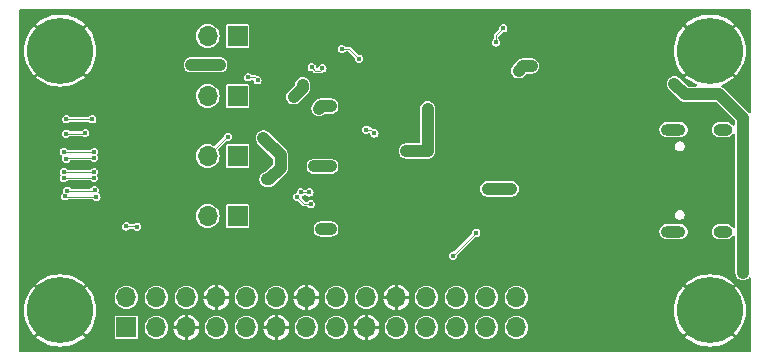
<source format=gbr>
%TF.GenerationSoftware,KiCad,Pcbnew,8.0.4-8.0.4-0~ubuntu24.04.1*%
%TF.CreationDate,2024-08-20T16:05:29-07:00*%
%TF.ProjectId,programmer,70726f67-7261-46d6-9d65-722e6b696361,1.0*%
%TF.SameCoordinates,Original*%
%TF.FileFunction,Copper,L2,Bot*%
%TF.FilePolarity,Positive*%
%FSLAX46Y46*%
G04 Gerber Fmt 4.6, Leading zero omitted, Abs format (unit mm)*
G04 Created by KiCad (PCBNEW 8.0.4-8.0.4-0~ubuntu24.04.1) date 2024-08-20 16:05:29*
%MOMM*%
%LPD*%
G01*
G04 APERTURE LIST*
%TA.AperFunction,ComponentPad*%
%ADD10C,5.600000*%
%TD*%
%TA.AperFunction,ComponentPad*%
%ADD11R,1.700000X1.700000*%
%TD*%
%TA.AperFunction,ComponentPad*%
%ADD12O,1.700000X1.700000*%
%TD*%
%TA.AperFunction,ComponentPad*%
%ADD13O,2.100000X1.000000*%
%TD*%
%TA.AperFunction,ComponentPad*%
%ADD14O,1.600000X1.000000*%
%TD*%
%TA.AperFunction,ViaPad*%
%ADD15C,0.400000*%
%TD*%
%TA.AperFunction,Conductor*%
%ADD16C,1.000000*%
%TD*%
%TA.AperFunction,Conductor*%
%ADD17C,0.100000*%
%TD*%
G04 APERTURE END LIST*
D10*
%TO.P,H4,1,1*%
%TO.N,GND*%
X44000000Y-24000000D03*
%TD*%
%TO.P,H3,1,1*%
%TO.N,GND*%
X99000000Y-24000000D03*
%TD*%
%TO.P,H2,1,1*%
%TO.N,GND*%
X99000000Y-46000000D03*
%TD*%
%TO.P,H1,1,1*%
%TO.N,GND*%
X44000000Y-46000000D03*
%TD*%
D11*
%TO.P,JP4,1,A*%
%TO.N,Net-(JP4-A)*%
X59020000Y-27840000D03*
D12*
%TO.P,JP4,2,B*%
%TO.N,/JTAG_SEL_N*%
X56480000Y-27840000D03*
%TD*%
%TO.P,J_EXT2,28*%
%TO.N,N/C*%
X82620000Y-44900000D03*
%TO.P,J_EXT2,27,Pin_27*%
%TO.N,/JTAG_SEL_N*%
X82620000Y-47440000D03*
%TO.P,J_EXT2,26,Pin_26*%
%TO.N,/JTAG_TDI*%
X80080000Y-44900000D03*
%TO.P,J_EXT2,25,Pin_25*%
%TO.N,/RECONFIG_N*%
X80080000Y-47440000D03*
%TO.P,J_EXT2,24,Pin_24*%
%TO.N,/JTAG_TDO*%
X77540000Y-44900000D03*
%TO.P,J_EXT2,23,Pin_23*%
%TO.N,/JTAG_TMS*%
X77540000Y-47440000D03*
%TO.P,J_EXT2,22,Pin_22*%
%TO.N,/JTAG_TCK*%
X75000000Y-44900000D03*
%TO.P,J_EXT2,21,Pin_21*%
%TO.N,/IO1A*%
X75000000Y-47440000D03*
%TO.P,J_EXT2,20,Pin_20*%
%TO.N,GND*%
X72460000Y-44900000D03*
%TO.P,J_EXT2,19,Pin_19*%
%TO.N,/IO1B*%
X72460000Y-47440000D03*
%TO.P,J_EXT2,18,Pin_18*%
%TO.N,/IO2A*%
X69920000Y-44900000D03*
%TO.P,J_EXT2,17,Pin_17*%
%TO.N,GND*%
X69920000Y-47440000D03*
%TO.P,J_EXT2,16,Pin_16*%
%TO.N,/IO2B*%
X67380000Y-44900000D03*
%TO.P,J_EXT2,15,Pin_15*%
%TO.N,/IO3A*%
X67380000Y-47440000D03*
%TO.P,J_EXT2,14,Pin_14*%
%TO.N,GND*%
X64840000Y-44900000D03*
%TO.P,J_EXT2,13,Pin_13*%
%TO.N,/IO3B*%
X64840000Y-47440000D03*
%TO.P,J_EXT2,12,Pin_12*%
%TO.N,/IO4A*%
X62300000Y-44900000D03*
%TO.P,J_EXT2,11,Pin_11*%
%TO.N,GND*%
X62300000Y-47440000D03*
%TO.P,J_EXT2,10,Pin_10*%
%TO.N,/IO4B*%
X59760000Y-44900000D03*
%TO.P,J_EXT2,9,Pin_9*%
%TO.N,/IO5A*%
X59760000Y-47440000D03*
%TO.P,J_EXT2,8,Pin_8*%
%TO.N,GND*%
X57220000Y-44900000D03*
%TO.P,J_EXT2,7,Pin_7*%
%TO.N,/IO5B*%
X57220000Y-47440000D03*
%TO.P,J_EXT2,6,Pin_6*%
%TO.N,/SER_TXD*%
X54680000Y-44900000D03*
%TO.P,J_EXT2,5,Pin_5*%
%TO.N,GND*%
X54680000Y-47440000D03*
%TO.P,J_EXT2,4,Pin_4*%
%TO.N,/SER_RXD*%
X52140000Y-44900000D03*
%TO.P,J_EXT2,3,Pin_3*%
%TO.N,VIO*%
X52140000Y-47440000D03*
%TO.P,J_EXT2,2,Pin_2*%
X49600000Y-44900000D03*
D11*
%TO.P,J_EXT2,1,Pin_1*%
%TO.N,+5V*%
X49600000Y-47440000D03*
%TD*%
%TO.P,JP2,1,A*%
%TO.N,Net-(JP2-A)*%
X59020000Y-22760000D03*
D12*
%TO.P,JP2,2,B*%
%TO.N,/SER_RXD*%
X56480000Y-22760000D03*
%TD*%
D11*
%TO.P,JP1,1,A*%
%TO.N,Net-(JP1-A)*%
X59020000Y-32920000D03*
D12*
%TO.P,JP1,2,B*%
%TO.N,/RECONFIG_N*%
X56480000Y-32920000D03*
%TD*%
D11*
%TO.P,JP3,1,A*%
%TO.N,Net-(JP3-A)*%
X59020000Y-38000000D03*
D12*
%TO.P,JP3,2,B*%
%TO.N,/SER_TXD*%
X56480000Y-38000000D03*
%TD*%
D13*
%TO.P,J1,S1,SHIELD*%
%TO.N,/SHIELD*%
X95920000Y-39320000D03*
D14*
X100100000Y-39320000D03*
D13*
X95920000Y-30680000D03*
D14*
X100100000Y-30680000D03*
%TD*%
D15*
%TO.N,VCC*%
X96000000Y-26800000D03*
X101800000Y-42800000D03*
%TO.N,GND*%
X97400000Y-28700000D03*
X90800000Y-38200000D03*
X90700000Y-36700000D03*
%TO.N,/FT_JTAG_EN_N*%
X77250000Y-41350000D03*
X79221963Y-39417341D03*
%TO.N,VIO*%
X55100000Y-25200000D03*
X57500000Y-25200000D03*
%TO.N,/JTAG_TDI*%
X59900000Y-26250000D03*
X60700000Y-26500000D03*
%TO.N,VIO*%
X61500000Y-34900000D03*
%TO.N,GND*%
X49400000Y-27100000D03*
X62400000Y-22500000D03*
X65700000Y-22600000D03*
%TO.N,/FT_JTAG_EN_N*%
X65300000Y-25400000D03*
X66200000Y-25500000D03*
%TO.N,GND*%
X50500000Y-30700000D03*
%TO.N,VCC*%
X82200000Y-35700000D03*
X83900000Y-25300000D03*
X82800000Y-25700000D03*
X65900000Y-28900000D03*
X66900000Y-28700000D03*
X66000000Y-39200000D03*
X67000000Y-39000000D03*
X65500000Y-33800000D03*
X66900000Y-33800000D03*
%TO.N,VIO*%
X62650000Y-33900000D03*
X61200000Y-31400000D03*
X63750000Y-27900000D03*
X64525000Y-26900000D03*
%TO.N,GND*%
X93950000Y-38250000D03*
X46154995Y-33700000D03*
X44504995Y-30400000D03*
%TO.N,/SER_RXD*%
X44504995Y-29800000D03*
%TO.N,GND*%
X46104995Y-32000000D03*
X84500000Y-30300000D03*
X84500000Y-29100000D03*
X61500000Y-26000000D03*
X63900000Y-28800000D03*
X62600000Y-30800000D03*
X63100000Y-34800000D03*
X62400000Y-35900000D03*
X45696684Y-28008311D03*
X48900000Y-31625000D03*
X48900000Y-33424999D03*
X50500000Y-35800000D03*
X48900000Y-35225000D03*
X45604995Y-38900000D03*
X91600000Y-48300000D03*
X86300000Y-48300000D03*
X94000000Y-31700000D03*
X86700000Y-22200000D03*
X85600000Y-24400000D03*
X84500000Y-28000000D03*
X77500000Y-24400000D03*
X70900000Y-28400000D03*
X70900000Y-34500000D03*
X69600000Y-38100000D03*
X74950000Y-38100000D03*
X90600000Y-40100000D03*
X83000000Y-40400000D03*
X85500000Y-40600000D03*
X88900000Y-38500000D03*
X83400000Y-35600000D03*
X82200000Y-33100000D03*
X90400000Y-33600000D03*
X87600000Y-32295410D03*
X87700000Y-29300000D03*
%TO.N,/JTAG_SEL_N*%
X64060941Y-36389058D03*
X65205330Y-36994670D03*
%TO.N,/RECONFIG_N*%
X64375000Y-36000000D03*
X65100000Y-36000000D03*
X58200000Y-31300000D03*
%TO.N,/JTAG_TDO*%
X47054995Y-36375000D03*
X44405419Y-36333445D03*
%TO.N,/JTAG_TCK*%
X44604995Y-35875000D03*
X46904995Y-35824999D03*
%TO.N,VCC*%
X75100000Y-32500000D03*
X75200000Y-28800000D03*
X80200000Y-35700000D03*
X73300000Y-32500000D03*
%TO.N,/SER_RXD*%
X46704995Y-29800000D03*
%TO.N,/SER_TXD*%
X44499779Y-31021944D03*
X49600000Y-38875000D03*
X50500000Y-38900000D03*
X46104995Y-30975000D03*
%TO.N,/IO2B*%
X44304995Y-34275000D03*
X46854995Y-34275000D03*
%TO.N,/IO2A*%
X44304995Y-34775000D03*
X46854995Y-34775000D03*
%TO.N,/IO4A*%
X44504995Y-33148311D03*
X46854995Y-33075000D03*
%TO.N,/IO4B*%
X44304995Y-32575000D03*
X46854995Y-32575000D03*
%TO.N,/FT_SER_RXD*%
X69300000Y-24700000D03*
X70600000Y-31000000D03*
X69900000Y-30700000D03*
X67841684Y-23863342D03*
%TO.N,/FT_JTAG_TDO*%
X81500000Y-22100000D03*
X80900000Y-23300000D03*
%TD*%
D16*
%TO.N,VCC*%
X101800000Y-42800000D02*
X101800000Y-29700000D01*
X101800000Y-29700000D02*
X99800000Y-27700000D01*
X99800000Y-27700000D02*
X96900000Y-27700000D01*
X96900000Y-27700000D02*
X96000000Y-26800000D01*
X80200000Y-35700000D02*
X82200000Y-35700000D01*
%TO.N,VIO*%
X55100000Y-25200000D02*
X57500000Y-25200000D01*
D17*
%TO.N,/FT_JTAG_EN_N*%
X77250000Y-41350000D02*
X79182659Y-39417341D01*
X79182659Y-39417341D02*
X79221963Y-39417341D01*
D16*
%TO.N,VIO*%
X61200000Y-31400000D02*
X62650000Y-32850000D01*
X62650000Y-32850000D02*
X62650000Y-33900000D01*
D17*
%TO.N,/FT_JTAG_EN_N*%
X65300000Y-25400000D02*
X65600000Y-25700000D01*
X65600000Y-25700000D02*
X66000000Y-25700000D01*
X66000000Y-25700000D02*
X66200000Y-25500000D01*
D16*
%TO.N,VIO*%
X64525000Y-26900000D02*
X64525000Y-27125000D01*
X64525000Y-27125000D02*
X63750000Y-27900000D01*
D17*
%TO.N,/JTAG_TDI*%
X60450000Y-26250000D02*
X60700000Y-26500000D01*
X59900000Y-26250000D02*
X60450000Y-26250000D01*
D16*
%TO.N,VIO*%
X61650000Y-34900000D02*
X62650000Y-33900000D01*
X61500000Y-34900000D02*
X61650000Y-34900000D01*
%TO.N,VCC*%
X66100000Y-28700000D02*
X66900000Y-28700000D01*
X65900000Y-28900000D02*
X66100000Y-28700000D01*
D17*
X75200000Y-28800000D02*
X75100000Y-28900000D01*
D16*
X75100000Y-28900000D02*
X75100000Y-32500000D01*
X73300000Y-32500000D02*
X75100000Y-32500000D01*
D17*
%TO.N,/FT_SER_RXD*%
X67841684Y-23863342D02*
X68463342Y-23863342D01*
X68463342Y-23863342D02*
X69300000Y-24700000D01*
%TO.N,/SER_TXD*%
X49600000Y-38875000D02*
X50475000Y-38875000D01*
X50475000Y-38875000D02*
X50500000Y-38900000D01*
D16*
%TO.N,VCC*%
X83200000Y-25300000D02*
X83900000Y-25300000D01*
X82800000Y-25700000D02*
X83200000Y-25300000D01*
X66900000Y-39100000D02*
X66100000Y-39100000D01*
D17*
X67000000Y-39000000D02*
X66900000Y-39100000D01*
X66100000Y-39100000D02*
X66000000Y-39200000D01*
D16*
X66900000Y-33800000D02*
X65500000Y-33800000D01*
D17*
%TO.N,/JTAG_SEL_N*%
X64060941Y-36389058D02*
X64666553Y-36994670D01*
X64666553Y-36994670D02*
X65205330Y-36994670D01*
%TO.N,/SER_RXD*%
X46704995Y-29800000D02*
X44504995Y-29800000D01*
%TO.N,/SER_TXD*%
X46104995Y-30975000D02*
X46058051Y-31021944D01*
X46058051Y-31021944D02*
X44499779Y-31021944D01*
%TO.N,/JTAG_TDO*%
X44446974Y-36375000D02*
X44405419Y-36333445D01*
X47054995Y-36375000D02*
X44446974Y-36375000D01*
%TO.N,/JTAG_TCK*%
X46854994Y-35875000D02*
X46904995Y-35824999D01*
X44604995Y-35875000D02*
X46854994Y-35875000D01*
%TO.N,/IO2A*%
X44304995Y-34775000D02*
X46854995Y-34775000D01*
%TO.N,/IO2B*%
X44304995Y-34275000D02*
X46854995Y-34275000D01*
%TO.N,/IO4A*%
X44504995Y-33148311D02*
X44578306Y-33075000D01*
X44578306Y-33075000D02*
X46854995Y-33075000D01*
%TO.N,/IO4B*%
X46854995Y-32575000D02*
X44304995Y-32575000D01*
%TO.N,/RECONFIG_N*%
X65100000Y-36000000D02*
X64375000Y-36000000D01*
X58200000Y-31300000D02*
X58100000Y-31300000D01*
X58100000Y-31300000D02*
X56480000Y-32920000D01*
%TO.N,/FT_SER_RXD*%
X70300000Y-30700000D02*
X70600000Y-31000000D01*
X69900000Y-30700000D02*
X70300000Y-30700000D01*
%TO.N,/FT_JTAG_TDO*%
X81500000Y-22100000D02*
X80900000Y-22700000D01*
X80900000Y-22700000D02*
X80900000Y-23300000D01*
%TD*%
%TA.AperFunction,Conductor*%
%TO.N,GND*%
G36*
X102442539Y-20520185D02*
G01*
X102488294Y-20572989D01*
X102499500Y-20624500D01*
X102499500Y-29180192D01*
X102479815Y-29247231D01*
X102427011Y-29292986D01*
X102357853Y-29302930D01*
X102294297Y-29273905D01*
X102287819Y-29267874D01*
X102267176Y-29247231D01*
X102214669Y-29194724D01*
X101724765Y-28704820D01*
X100214674Y-27194727D01*
X100214673Y-27194726D01*
X100214669Y-27194723D01*
X100108127Y-27123535D01*
X100045213Y-27097475D01*
X99990810Y-27053634D01*
X99968745Y-26987340D01*
X99986024Y-26919641D01*
X100037161Y-26872030D01*
X100045214Y-26868353D01*
X100325424Y-26752288D01*
X100325428Y-26752286D01*
X100625255Y-26586577D01*
X100904641Y-26388342D01*
X101066720Y-26243497D01*
X100042982Y-25219759D01*
X100219759Y-25042982D01*
X101243497Y-26066720D01*
X101388342Y-25904641D01*
X101586577Y-25625255D01*
X101752286Y-25325428D01*
X101752288Y-25325424D01*
X101883380Y-25008935D01*
X101978214Y-24679762D01*
X101978216Y-24679754D01*
X102035596Y-24342037D01*
X102035598Y-24342025D01*
X102054805Y-24000000D01*
X102035598Y-23657974D01*
X102035596Y-23657962D01*
X101978216Y-23320245D01*
X101978214Y-23320237D01*
X101883380Y-22991064D01*
X101752288Y-22674575D01*
X101752286Y-22674571D01*
X101586577Y-22374744D01*
X101388339Y-22095353D01*
X101243498Y-21933278D01*
X100219759Y-22957017D01*
X100042982Y-22780240D01*
X101066721Y-21756501D01*
X101066720Y-21756500D01*
X100904646Y-21611660D01*
X100625255Y-21413422D01*
X100325428Y-21247713D01*
X100325424Y-21247711D01*
X100008935Y-21116619D01*
X99679762Y-21021785D01*
X99679754Y-21021783D01*
X99342037Y-20964403D01*
X99342025Y-20964401D01*
X99000000Y-20945194D01*
X98657974Y-20964401D01*
X98657962Y-20964403D01*
X98320245Y-21021783D01*
X98320237Y-21021785D01*
X97991064Y-21116619D01*
X97674575Y-21247711D01*
X97674571Y-21247713D01*
X97374744Y-21413422D01*
X97095358Y-21611657D01*
X96933278Y-21756501D01*
X97957017Y-22780240D01*
X97780240Y-22957017D01*
X96756501Y-21933278D01*
X96611657Y-22095358D01*
X96413422Y-22374744D01*
X96247713Y-22674571D01*
X96247711Y-22674575D01*
X96116619Y-22991064D01*
X96021785Y-23320237D01*
X96021783Y-23320245D01*
X95964403Y-23657962D01*
X95964401Y-23657974D01*
X95945194Y-24000000D01*
X95964401Y-24342025D01*
X95964403Y-24342037D01*
X96021783Y-24679754D01*
X96021785Y-24679762D01*
X96116619Y-25008935D01*
X96247711Y-25325424D01*
X96247713Y-25325428D01*
X96413422Y-25625255D01*
X96611660Y-25904646D01*
X96756500Y-26066720D01*
X96756501Y-26066721D01*
X97780240Y-25042982D01*
X97957017Y-25219759D01*
X96933278Y-26243498D01*
X97095353Y-26388339D01*
X97374744Y-26586577D01*
X97674571Y-26752286D01*
X97674575Y-26752288D01*
X97816172Y-26810939D01*
X97870576Y-26854780D01*
X97892641Y-26921074D01*
X97875362Y-26988773D01*
X97824225Y-27036384D01*
X97768720Y-27049500D01*
X97220807Y-27049500D01*
X97153768Y-27029815D01*
X97133126Y-27013181D01*
X96414674Y-26294727D01*
X96414673Y-26294726D01*
X96414669Y-26294723D01*
X96308127Y-26223535D01*
X96264048Y-26205277D01*
X96189744Y-26174499D01*
X96189736Y-26174497D01*
X96064073Y-26149501D01*
X96064069Y-26149501D01*
X95935931Y-26149501D01*
X95935926Y-26149501D01*
X95810263Y-26174497D01*
X95810255Y-26174499D01*
X95691874Y-26223534D01*
X95585326Y-26294726D01*
X95494726Y-26385326D01*
X95423534Y-26491874D01*
X95374499Y-26610255D01*
X95374497Y-26610263D01*
X95349501Y-26735926D01*
X95349501Y-26864073D01*
X95374497Y-26989736D01*
X95374499Y-26989744D01*
X95423535Y-27108127D01*
X95494723Y-27214669D01*
X95494726Y-27214673D01*
X95494727Y-27214674D01*
X96394724Y-28114669D01*
X96474778Y-28194723D01*
X96485332Y-28205277D01*
X96591866Y-28276461D01*
X96591872Y-28276464D01*
X96591873Y-28276465D01*
X96710256Y-28325501D01*
X96710260Y-28325501D01*
X96710261Y-28325502D01*
X96835928Y-28350500D01*
X96835931Y-28350500D01*
X99479192Y-28350500D01*
X99546231Y-28370185D01*
X99566873Y-28386819D01*
X101113181Y-29933126D01*
X101146666Y-29994449D01*
X101149500Y-30020807D01*
X101149500Y-30222064D01*
X101129815Y-30289103D01*
X101077011Y-30334858D01*
X101007853Y-30344802D01*
X100944297Y-30315777D01*
X100922398Y-30290955D01*
X100905276Y-30265331D01*
X100905273Y-30265327D01*
X100814672Y-30174726D01*
X100814668Y-30174723D01*
X100708133Y-30103538D01*
X100708124Y-30103533D01*
X100589744Y-30054499D01*
X100589738Y-30054497D01*
X100464071Y-30029500D01*
X100464069Y-30029500D01*
X99735931Y-30029500D01*
X99735929Y-30029500D01*
X99610261Y-30054497D01*
X99610255Y-30054499D01*
X99491875Y-30103533D01*
X99491866Y-30103538D01*
X99385331Y-30174723D01*
X99385327Y-30174726D01*
X99294726Y-30265327D01*
X99294723Y-30265331D01*
X99223538Y-30371866D01*
X99223533Y-30371875D01*
X99174499Y-30490255D01*
X99174497Y-30490261D01*
X99149500Y-30615928D01*
X99149500Y-30615931D01*
X99149500Y-30744069D01*
X99149500Y-30744071D01*
X99149499Y-30744071D01*
X99174497Y-30869738D01*
X99174499Y-30869744D01*
X99223533Y-30988124D01*
X99223538Y-30988133D01*
X99294723Y-31094668D01*
X99294726Y-31094672D01*
X99385327Y-31185273D01*
X99385331Y-31185276D01*
X99491866Y-31256461D01*
X99491872Y-31256464D01*
X99491873Y-31256465D01*
X99610256Y-31305501D01*
X99610260Y-31305501D01*
X99610261Y-31305502D01*
X99735928Y-31330500D01*
X99735931Y-31330500D01*
X100464071Y-31330500D01*
X100548615Y-31313682D01*
X100589744Y-31305501D01*
X100708127Y-31256465D01*
X100814669Y-31185276D01*
X100905276Y-31094669D01*
X100922397Y-31069044D01*
X100976009Y-31024240D01*
X101045334Y-31015531D01*
X101108362Y-31045686D01*
X101145081Y-31105128D01*
X101149500Y-31137935D01*
X101149500Y-38862064D01*
X101129815Y-38929103D01*
X101077011Y-38974858D01*
X101007853Y-38984802D01*
X100944297Y-38955777D01*
X100922398Y-38930955D01*
X100905276Y-38905331D01*
X100905273Y-38905327D01*
X100814672Y-38814726D01*
X100814668Y-38814723D01*
X100708133Y-38743538D01*
X100708124Y-38743533D01*
X100589744Y-38694499D01*
X100589738Y-38694497D01*
X100464071Y-38669500D01*
X100464069Y-38669500D01*
X99735931Y-38669500D01*
X99735929Y-38669500D01*
X99610261Y-38694497D01*
X99610255Y-38694499D01*
X99491875Y-38743533D01*
X99491866Y-38743538D01*
X99385331Y-38814723D01*
X99385327Y-38814726D01*
X99294726Y-38905327D01*
X99294723Y-38905331D01*
X99223538Y-39011866D01*
X99223533Y-39011875D01*
X99174499Y-39130255D01*
X99174497Y-39130261D01*
X99149500Y-39255928D01*
X99149500Y-39255931D01*
X99149500Y-39384069D01*
X99149500Y-39384071D01*
X99149499Y-39384071D01*
X99174497Y-39509738D01*
X99174499Y-39509744D01*
X99223533Y-39628124D01*
X99223538Y-39628133D01*
X99294723Y-39734668D01*
X99294726Y-39734672D01*
X99385327Y-39825273D01*
X99385331Y-39825276D01*
X99491866Y-39896461D01*
X99491872Y-39896464D01*
X99491873Y-39896465D01*
X99610256Y-39945501D01*
X99610260Y-39945501D01*
X99610261Y-39945502D01*
X99735928Y-39970500D01*
X99735931Y-39970500D01*
X100464071Y-39970500D01*
X100548615Y-39953682D01*
X100589744Y-39945501D01*
X100708127Y-39896465D01*
X100814669Y-39825276D01*
X100905276Y-39734669D01*
X100922397Y-39709044D01*
X100976009Y-39664240D01*
X101045334Y-39655531D01*
X101108362Y-39685686D01*
X101145081Y-39745128D01*
X101149500Y-39777935D01*
X101149500Y-42864069D01*
X101149500Y-42864071D01*
X101149499Y-42864071D01*
X101174497Y-42989738D01*
X101174499Y-42989744D01*
X101223533Y-43108124D01*
X101223538Y-43108133D01*
X101294723Y-43214668D01*
X101294726Y-43214672D01*
X101385327Y-43305273D01*
X101385331Y-43305276D01*
X101491866Y-43376461D01*
X101491872Y-43376464D01*
X101491873Y-43376465D01*
X101610256Y-43425501D01*
X101610260Y-43425501D01*
X101610261Y-43425502D01*
X101735928Y-43450500D01*
X101735931Y-43450500D01*
X101864071Y-43450500D01*
X101948615Y-43433682D01*
X101989744Y-43425501D01*
X102108127Y-43376465D01*
X102214669Y-43305276D01*
X102214672Y-43305273D01*
X102287819Y-43232127D01*
X102349142Y-43198642D01*
X102418834Y-43203626D01*
X102474767Y-43245498D01*
X102499184Y-43310962D01*
X102499500Y-43319808D01*
X102499500Y-49375500D01*
X102479815Y-49442539D01*
X102427011Y-49488294D01*
X102375500Y-49499500D01*
X40624500Y-49499500D01*
X40557461Y-49479815D01*
X40511706Y-49427011D01*
X40500500Y-49375500D01*
X40500500Y-46000000D01*
X40945194Y-46000000D01*
X40964401Y-46342025D01*
X40964403Y-46342037D01*
X41021783Y-46679754D01*
X41021785Y-46679762D01*
X41116619Y-47008935D01*
X41247711Y-47325424D01*
X41247713Y-47325428D01*
X41413422Y-47625255D01*
X41611660Y-47904646D01*
X41756500Y-48066720D01*
X41756501Y-48066721D01*
X42780240Y-47042982D01*
X42957017Y-47219759D01*
X41933278Y-48243498D01*
X42095353Y-48388339D01*
X42374744Y-48586577D01*
X42674571Y-48752286D01*
X42674575Y-48752288D01*
X42991064Y-48883380D01*
X43320237Y-48978214D01*
X43320245Y-48978216D01*
X43657962Y-49035596D01*
X43657974Y-49035598D01*
X44000000Y-49054805D01*
X44342025Y-49035598D01*
X44342037Y-49035596D01*
X44679754Y-48978216D01*
X44679762Y-48978214D01*
X45008935Y-48883380D01*
X45325424Y-48752288D01*
X45325428Y-48752286D01*
X45625255Y-48586577D01*
X45904641Y-48388342D01*
X45998098Y-48304822D01*
X48599499Y-48304822D01*
X48608231Y-48348717D01*
X48608232Y-48348721D01*
X48608233Y-48348722D01*
X48641496Y-48398504D01*
X48691278Y-48431767D01*
X48691281Y-48431767D01*
X48691282Y-48431768D01*
X48735177Y-48440500D01*
X48735180Y-48440500D01*
X50464822Y-48440500D01*
X50508717Y-48431768D01*
X50508717Y-48431767D01*
X50508722Y-48431767D01*
X50558504Y-48398504D01*
X50591767Y-48348722D01*
X50591768Y-48348717D01*
X50600500Y-48304822D01*
X50600500Y-47440000D01*
X51134659Y-47440000D01*
X51153975Y-47636129D01*
X51211188Y-47824733D01*
X51304086Y-47998532D01*
X51304090Y-47998539D01*
X51429116Y-48150883D01*
X51581460Y-48275909D01*
X51581467Y-48275913D01*
X51755266Y-48368811D01*
X51755269Y-48368811D01*
X51755273Y-48368814D01*
X51943868Y-48426024D01*
X52140000Y-48445341D01*
X52336132Y-48426024D01*
X52524727Y-48368814D01*
X52562317Y-48348722D01*
X52613099Y-48321578D01*
X52698538Y-48275910D01*
X52850883Y-48150883D01*
X52975910Y-47998538D01*
X53026099Y-47904641D01*
X53068811Y-47824733D01*
X53068811Y-47824732D01*
X53068814Y-47824727D01*
X53126024Y-47636132D01*
X53145341Y-47440000D01*
X53133030Y-47314999D01*
X53586869Y-47314999D01*
X53586870Y-47315000D01*
X54195856Y-47315000D01*
X54180000Y-47374174D01*
X54180000Y-47505826D01*
X54195856Y-47565000D01*
X53586870Y-47565000D01*
X53594097Y-47642989D01*
X53594097Y-47642992D01*
X53649883Y-47839063D01*
X53649886Y-47839069D01*
X53740754Y-48021556D01*
X53863608Y-48184242D01*
X54014260Y-48321578D01*
X54187584Y-48428897D01*
X54377678Y-48502539D01*
X54555000Y-48535686D01*
X54555000Y-47924144D01*
X54614174Y-47940000D01*
X54745826Y-47940000D01*
X54805000Y-47924144D01*
X54805000Y-48535686D01*
X54982321Y-48502539D01*
X55172415Y-48428897D01*
X55345739Y-48321578D01*
X55496391Y-48184242D01*
X55619245Y-48021556D01*
X55710113Y-47839069D01*
X55710116Y-47839063D01*
X55765902Y-47642992D01*
X55765902Y-47642989D01*
X55773130Y-47565000D01*
X55164144Y-47565000D01*
X55180000Y-47505826D01*
X55180000Y-47440000D01*
X56214659Y-47440000D01*
X56233975Y-47636129D01*
X56291188Y-47824733D01*
X56384086Y-47998532D01*
X56384090Y-47998539D01*
X56509116Y-48150883D01*
X56661460Y-48275909D01*
X56661467Y-48275913D01*
X56835266Y-48368811D01*
X56835269Y-48368811D01*
X56835273Y-48368814D01*
X57023868Y-48426024D01*
X57220000Y-48445341D01*
X57416132Y-48426024D01*
X57604727Y-48368814D01*
X57642317Y-48348722D01*
X57693099Y-48321578D01*
X57778538Y-48275910D01*
X57930883Y-48150883D01*
X58055910Y-47998538D01*
X58106099Y-47904641D01*
X58148811Y-47824733D01*
X58148811Y-47824732D01*
X58148814Y-47824727D01*
X58206024Y-47636132D01*
X58225341Y-47440000D01*
X58754659Y-47440000D01*
X58773975Y-47636129D01*
X58831188Y-47824733D01*
X58924086Y-47998532D01*
X58924090Y-47998539D01*
X59049116Y-48150883D01*
X59201460Y-48275909D01*
X59201467Y-48275913D01*
X59375266Y-48368811D01*
X59375269Y-48368811D01*
X59375273Y-48368814D01*
X59563868Y-48426024D01*
X59760000Y-48445341D01*
X59956132Y-48426024D01*
X60144727Y-48368814D01*
X60182317Y-48348722D01*
X60233099Y-48321578D01*
X60318538Y-48275910D01*
X60470883Y-48150883D01*
X60595910Y-47998538D01*
X60646099Y-47904641D01*
X60688811Y-47824733D01*
X60688811Y-47824732D01*
X60688814Y-47824727D01*
X60746024Y-47636132D01*
X60765341Y-47440000D01*
X60753030Y-47314999D01*
X61206869Y-47314999D01*
X61206870Y-47315000D01*
X61815856Y-47315000D01*
X61800000Y-47374174D01*
X61800000Y-47505826D01*
X61815856Y-47565000D01*
X61206870Y-47565000D01*
X61214097Y-47642989D01*
X61214097Y-47642992D01*
X61269883Y-47839063D01*
X61269886Y-47839069D01*
X61360754Y-48021556D01*
X61483608Y-48184242D01*
X61634260Y-48321578D01*
X61807584Y-48428897D01*
X61997678Y-48502539D01*
X62175000Y-48535686D01*
X62175000Y-47924144D01*
X62234174Y-47940000D01*
X62365826Y-47940000D01*
X62425000Y-47924144D01*
X62425000Y-48535686D01*
X62602321Y-48502539D01*
X62792415Y-48428897D01*
X62965739Y-48321578D01*
X63116391Y-48184242D01*
X63239245Y-48021556D01*
X63330113Y-47839069D01*
X63330116Y-47839063D01*
X63385902Y-47642992D01*
X63385902Y-47642989D01*
X63393130Y-47565000D01*
X62784144Y-47565000D01*
X62800000Y-47505826D01*
X62800000Y-47440000D01*
X63834659Y-47440000D01*
X63853975Y-47636129D01*
X63911188Y-47824733D01*
X64004086Y-47998532D01*
X64004090Y-47998539D01*
X64129116Y-48150883D01*
X64281460Y-48275909D01*
X64281467Y-48275913D01*
X64455266Y-48368811D01*
X64455269Y-48368811D01*
X64455273Y-48368814D01*
X64643868Y-48426024D01*
X64840000Y-48445341D01*
X65036132Y-48426024D01*
X65224727Y-48368814D01*
X65262317Y-48348722D01*
X65313099Y-48321578D01*
X65398538Y-48275910D01*
X65550883Y-48150883D01*
X65675910Y-47998538D01*
X65726099Y-47904641D01*
X65768811Y-47824733D01*
X65768811Y-47824732D01*
X65768814Y-47824727D01*
X65826024Y-47636132D01*
X65845341Y-47440000D01*
X66374659Y-47440000D01*
X66393975Y-47636129D01*
X66451188Y-47824733D01*
X66544086Y-47998532D01*
X66544090Y-47998539D01*
X66669116Y-48150883D01*
X66821460Y-48275909D01*
X66821467Y-48275913D01*
X66995266Y-48368811D01*
X66995269Y-48368811D01*
X66995273Y-48368814D01*
X67183868Y-48426024D01*
X67380000Y-48445341D01*
X67576132Y-48426024D01*
X67764727Y-48368814D01*
X67802317Y-48348722D01*
X67853099Y-48321578D01*
X67938538Y-48275910D01*
X68090883Y-48150883D01*
X68215910Y-47998538D01*
X68266099Y-47904641D01*
X68308811Y-47824733D01*
X68308811Y-47824732D01*
X68308814Y-47824727D01*
X68366024Y-47636132D01*
X68385341Y-47440000D01*
X68373030Y-47314999D01*
X68826869Y-47314999D01*
X68826870Y-47315000D01*
X69435856Y-47315000D01*
X69420000Y-47374174D01*
X69420000Y-47505826D01*
X69435856Y-47565000D01*
X68826870Y-47565000D01*
X68834097Y-47642989D01*
X68834097Y-47642992D01*
X68889883Y-47839063D01*
X68889886Y-47839069D01*
X68980754Y-48021556D01*
X69103608Y-48184242D01*
X69254260Y-48321578D01*
X69427584Y-48428897D01*
X69617678Y-48502539D01*
X69795000Y-48535686D01*
X69795000Y-47924144D01*
X69854174Y-47940000D01*
X69985826Y-47940000D01*
X70045000Y-47924144D01*
X70045000Y-48535686D01*
X70222321Y-48502539D01*
X70412415Y-48428897D01*
X70585739Y-48321578D01*
X70736391Y-48184242D01*
X70859245Y-48021556D01*
X70950113Y-47839069D01*
X70950116Y-47839063D01*
X71005902Y-47642992D01*
X71005902Y-47642989D01*
X71013130Y-47565000D01*
X70404144Y-47565000D01*
X70420000Y-47505826D01*
X70420000Y-47440000D01*
X71454659Y-47440000D01*
X71473975Y-47636129D01*
X71531188Y-47824733D01*
X71624086Y-47998532D01*
X71624090Y-47998539D01*
X71749116Y-48150883D01*
X71901460Y-48275909D01*
X71901467Y-48275913D01*
X72075266Y-48368811D01*
X72075269Y-48368811D01*
X72075273Y-48368814D01*
X72263868Y-48426024D01*
X72460000Y-48445341D01*
X72656132Y-48426024D01*
X72844727Y-48368814D01*
X72882317Y-48348722D01*
X72933099Y-48321578D01*
X73018538Y-48275910D01*
X73170883Y-48150883D01*
X73295910Y-47998538D01*
X73346099Y-47904641D01*
X73388811Y-47824733D01*
X73388811Y-47824732D01*
X73388814Y-47824727D01*
X73446024Y-47636132D01*
X73465341Y-47440000D01*
X73994659Y-47440000D01*
X74013975Y-47636129D01*
X74071188Y-47824733D01*
X74164086Y-47998532D01*
X74164090Y-47998539D01*
X74289116Y-48150883D01*
X74441460Y-48275909D01*
X74441467Y-48275913D01*
X74615266Y-48368811D01*
X74615269Y-48368811D01*
X74615273Y-48368814D01*
X74803868Y-48426024D01*
X75000000Y-48445341D01*
X75196132Y-48426024D01*
X75384727Y-48368814D01*
X75422317Y-48348722D01*
X75473099Y-48321578D01*
X75558538Y-48275910D01*
X75710883Y-48150883D01*
X75835910Y-47998538D01*
X75886099Y-47904641D01*
X75928811Y-47824733D01*
X75928811Y-47824732D01*
X75928814Y-47824727D01*
X75986024Y-47636132D01*
X76005341Y-47440000D01*
X76534659Y-47440000D01*
X76553975Y-47636129D01*
X76611188Y-47824733D01*
X76704086Y-47998532D01*
X76704090Y-47998539D01*
X76829116Y-48150883D01*
X76981460Y-48275909D01*
X76981467Y-48275913D01*
X77155266Y-48368811D01*
X77155269Y-48368811D01*
X77155273Y-48368814D01*
X77343868Y-48426024D01*
X77540000Y-48445341D01*
X77736132Y-48426024D01*
X77924727Y-48368814D01*
X77962317Y-48348722D01*
X78013099Y-48321578D01*
X78098538Y-48275910D01*
X78250883Y-48150883D01*
X78375910Y-47998538D01*
X78426099Y-47904641D01*
X78468811Y-47824733D01*
X78468811Y-47824732D01*
X78468814Y-47824727D01*
X78526024Y-47636132D01*
X78545341Y-47440000D01*
X79074659Y-47440000D01*
X79093975Y-47636129D01*
X79151188Y-47824733D01*
X79244086Y-47998532D01*
X79244090Y-47998539D01*
X79369116Y-48150883D01*
X79521460Y-48275909D01*
X79521467Y-48275913D01*
X79695266Y-48368811D01*
X79695269Y-48368811D01*
X79695273Y-48368814D01*
X79883868Y-48426024D01*
X80080000Y-48445341D01*
X80276132Y-48426024D01*
X80464727Y-48368814D01*
X80502317Y-48348722D01*
X80553099Y-48321578D01*
X80638538Y-48275910D01*
X80790883Y-48150883D01*
X80915910Y-47998538D01*
X80966099Y-47904641D01*
X81008811Y-47824733D01*
X81008811Y-47824732D01*
X81008814Y-47824727D01*
X81066024Y-47636132D01*
X81085341Y-47440000D01*
X81614659Y-47440000D01*
X81633975Y-47636129D01*
X81691188Y-47824733D01*
X81784086Y-47998532D01*
X81784090Y-47998539D01*
X81909116Y-48150883D01*
X82061460Y-48275909D01*
X82061467Y-48275913D01*
X82235266Y-48368811D01*
X82235269Y-48368811D01*
X82235273Y-48368814D01*
X82423868Y-48426024D01*
X82620000Y-48445341D01*
X82816132Y-48426024D01*
X83004727Y-48368814D01*
X83042317Y-48348722D01*
X83093099Y-48321578D01*
X83178538Y-48275910D01*
X83330883Y-48150883D01*
X83455910Y-47998538D01*
X83506099Y-47904641D01*
X83548811Y-47824733D01*
X83548811Y-47824732D01*
X83548814Y-47824727D01*
X83606024Y-47636132D01*
X83625341Y-47440000D01*
X83606024Y-47243868D01*
X83548814Y-47055273D01*
X83548811Y-47055269D01*
X83548811Y-47055266D01*
X83455913Y-46881467D01*
X83455909Y-46881460D01*
X83330883Y-46729116D01*
X83178539Y-46604090D01*
X83178532Y-46604086D01*
X83004733Y-46511188D01*
X83004727Y-46511186D01*
X82816132Y-46453976D01*
X82816129Y-46453975D01*
X82620000Y-46434659D01*
X82423870Y-46453975D01*
X82235266Y-46511188D01*
X82061467Y-46604086D01*
X82061460Y-46604090D01*
X81909116Y-46729116D01*
X81784090Y-46881460D01*
X81784086Y-46881467D01*
X81691188Y-47055266D01*
X81633975Y-47243870D01*
X81614659Y-47440000D01*
X81085341Y-47440000D01*
X81066024Y-47243868D01*
X81008814Y-47055273D01*
X81008811Y-47055269D01*
X81008811Y-47055266D01*
X80915913Y-46881467D01*
X80915909Y-46881460D01*
X80790883Y-46729116D01*
X80638539Y-46604090D01*
X80638532Y-46604086D01*
X80464733Y-46511188D01*
X80464727Y-46511186D01*
X80276132Y-46453976D01*
X80276129Y-46453975D01*
X80080000Y-46434659D01*
X79883870Y-46453975D01*
X79695266Y-46511188D01*
X79521467Y-46604086D01*
X79521460Y-46604090D01*
X79369116Y-46729116D01*
X79244090Y-46881460D01*
X79244086Y-46881467D01*
X79151188Y-47055266D01*
X79093975Y-47243870D01*
X79074659Y-47440000D01*
X78545341Y-47440000D01*
X78526024Y-47243868D01*
X78468814Y-47055273D01*
X78468811Y-47055269D01*
X78468811Y-47055266D01*
X78375913Y-46881467D01*
X78375909Y-46881460D01*
X78250883Y-46729116D01*
X78098539Y-46604090D01*
X78098532Y-46604086D01*
X77924733Y-46511188D01*
X77924727Y-46511186D01*
X77736132Y-46453976D01*
X77736129Y-46453975D01*
X77540000Y-46434659D01*
X77343870Y-46453975D01*
X77155266Y-46511188D01*
X76981467Y-46604086D01*
X76981460Y-46604090D01*
X76829116Y-46729116D01*
X76704090Y-46881460D01*
X76704086Y-46881467D01*
X76611188Y-47055266D01*
X76553975Y-47243870D01*
X76534659Y-47440000D01*
X76005341Y-47440000D01*
X75986024Y-47243868D01*
X75928814Y-47055273D01*
X75928811Y-47055269D01*
X75928811Y-47055266D01*
X75835913Y-46881467D01*
X75835909Y-46881460D01*
X75710883Y-46729116D01*
X75558539Y-46604090D01*
X75558532Y-46604086D01*
X75384733Y-46511188D01*
X75384727Y-46511186D01*
X75196132Y-46453976D01*
X75196129Y-46453975D01*
X75000000Y-46434659D01*
X74803870Y-46453975D01*
X74615266Y-46511188D01*
X74441467Y-46604086D01*
X74441460Y-46604090D01*
X74289116Y-46729116D01*
X74164090Y-46881460D01*
X74164086Y-46881467D01*
X74071188Y-47055266D01*
X74013975Y-47243870D01*
X73994659Y-47440000D01*
X73465341Y-47440000D01*
X73446024Y-47243868D01*
X73388814Y-47055273D01*
X73388811Y-47055269D01*
X73388811Y-47055266D01*
X73295913Y-46881467D01*
X73295909Y-46881460D01*
X73170883Y-46729116D01*
X73018539Y-46604090D01*
X73018532Y-46604086D01*
X72844733Y-46511188D01*
X72844727Y-46511186D01*
X72656132Y-46453976D01*
X72656129Y-46453975D01*
X72460000Y-46434659D01*
X72263870Y-46453975D01*
X72075266Y-46511188D01*
X71901467Y-46604086D01*
X71901460Y-46604090D01*
X71749116Y-46729116D01*
X71624090Y-46881460D01*
X71624086Y-46881467D01*
X71531188Y-47055266D01*
X71473975Y-47243870D01*
X71454659Y-47440000D01*
X70420000Y-47440000D01*
X70420000Y-47374174D01*
X70404144Y-47315000D01*
X71013130Y-47315000D01*
X71013130Y-47314999D01*
X71005902Y-47237010D01*
X71005902Y-47237007D01*
X70950116Y-47040936D01*
X70950113Y-47040930D01*
X70859245Y-46858443D01*
X70736391Y-46695757D01*
X70585739Y-46558421D01*
X70412415Y-46451102D01*
X70222321Y-46377460D01*
X70045000Y-46344312D01*
X70045000Y-46955855D01*
X69985826Y-46940000D01*
X69854174Y-46940000D01*
X69795000Y-46955855D01*
X69795000Y-46344312D01*
X69617678Y-46377460D01*
X69427584Y-46451102D01*
X69254260Y-46558421D01*
X69103608Y-46695757D01*
X68980754Y-46858443D01*
X68889886Y-47040930D01*
X68889883Y-47040936D01*
X68834097Y-47237007D01*
X68834097Y-47237010D01*
X68826869Y-47314999D01*
X68373030Y-47314999D01*
X68366024Y-47243868D01*
X68308814Y-47055273D01*
X68308811Y-47055269D01*
X68308811Y-47055266D01*
X68215913Y-46881467D01*
X68215909Y-46881460D01*
X68090883Y-46729116D01*
X67938539Y-46604090D01*
X67938532Y-46604086D01*
X67764733Y-46511188D01*
X67764727Y-46511186D01*
X67576132Y-46453976D01*
X67576129Y-46453975D01*
X67380000Y-46434659D01*
X67183870Y-46453975D01*
X66995266Y-46511188D01*
X66821467Y-46604086D01*
X66821460Y-46604090D01*
X66669116Y-46729116D01*
X66544090Y-46881460D01*
X66544086Y-46881467D01*
X66451188Y-47055266D01*
X66393975Y-47243870D01*
X66374659Y-47440000D01*
X65845341Y-47440000D01*
X65826024Y-47243868D01*
X65768814Y-47055273D01*
X65768811Y-47055269D01*
X65768811Y-47055266D01*
X65675913Y-46881467D01*
X65675909Y-46881460D01*
X65550883Y-46729116D01*
X65398539Y-46604090D01*
X65398532Y-46604086D01*
X65224733Y-46511188D01*
X65224727Y-46511186D01*
X65036132Y-46453976D01*
X65036129Y-46453975D01*
X64840000Y-46434659D01*
X64643870Y-46453975D01*
X64455266Y-46511188D01*
X64281467Y-46604086D01*
X64281460Y-46604090D01*
X64129116Y-46729116D01*
X64004090Y-46881460D01*
X64004086Y-46881467D01*
X63911188Y-47055266D01*
X63853975Y-47243870D01*
X63834659Y-47440000D01*
X62800000Y-47440000D01*
X62800000Y-47374174D01*
X62784144Y-47315000D01*
X63393130Y-47315000D01*
X63393130Y-47314999D01*
X63385902Y-47237010D01*
X63385902Y-47237007D01*
X63330116Y-47040936D01*
X63330113Y-47040930D01*
X63239245Y-46858443D01*
X63116391Y-46695757D01*
X62965739Y-46558421D01*
X62792415Y-46451102D01*
X62602321Y-46377460D01*
X62425000Y-46344312D01*
X62425000Y-46955855D01*
X62365826Y-46940000D01*
X62234174Y-46940000D01*
X62175000Y-46955855D01*
X62175000Y-46344312D01*
X61997678Y-46377460D01*
X61807584Y-46451102D01*
X61634260Y-46558421D01*
X61483608Y-46695757D01*
X61360754Y-46858443D01*
X61269886Y-47040930D01*
X61269883Y-47040936D01*
X61214097Y-47237007D01*
X61214097Y-47237010D01*
X61206869Y-47314999D01*
X60753030Y-47314999D01*
X60746024Y-47243868D01*
X60688814Y-47055273D01*
X60688811Y-47055269D01*
X60688811Y-47055266D01*
X60595913Y-46881467D01*
X60595909Y-46881460D01*
X60470883Y-46729116D01*
X60318539Y-46604090D01*
X60318532Y-46604086D01*
X60144733Y-46511188D01*
X60144727Y-46511186D01*
X59956132Y-46453976D01*
X59956129Y-46453975D01*
X59760000Y-46434659D01*
X59563870Y-46453975D01*
X59375266Y-46511188D01*
X59201467Y-46604086D01*
X59201460Y-46604090D01*
X59049116Y-46729116D01*
X58924090Y-46881460D01*
X58924086Y-46881467D01*
X58831188Y-47055266D01*
X58773975Y-47243870D01*
X58754659Y-47440000D01*
X58225341Y-47440000D01*
X58206024Y-47243868D01*
X58148814Y-47055273D01*
X58148811Y-47055269D01*
X58148811Y-47055266D01*
X58055913Y-46881467D01*
X58055909Y-46881460D01*
X57930883Y-46729116D01*
X57778539Y-46604090D01*
X57778532Y-46604086D01*
X57604733Y-46511188D01*
X57604727Y-46511186D01*
X57416132Y-46453976D01*
X57416129Y-46453975D01*
X57220000Y-46434659D01*
X57023870Y-46453975D01*
X56835266Y-46511188D01*
X56661467Y-46604086D01*
X56661460Y-46604090D01*
X56509116Y-46729116D01*
X56384090Y-46881460D01*
X56384086Y-46881467D01*
X56291188Y-47055266D01*
X56233975Y-47243870D01*
X56214659Y-47440000D01*
X55180000Y-47440000D01*
X55180000Y-47374174D01*
X55164144Y-47315000D01*
X55773130Y-47315000D01*
X55773130Y-47314999D01*
X55765902Y-47237010D01*
X55765902Y-47237007D01*
X55710116Y-47040936D01*
X55710113Y-47040930D01*
X55619245Y-46858443D01*
X55496391Y-46695757D01*
X55345739Y-46558421D01*
X55172415Y-46451102D01*
X54982321Y-46377460D01*
X54805000Y-46344312D01*
X54805000Y-46955855D01*
X54745826Y-46940000D01*
X54614174Y-46940000D01*
X54555000Y-46955855D01*
X54555000Y-46344312D01*
X54377678Y-46377460D01*
X54187584Y-46451102D01*
X54014260Y-46558421D01*
X53863608Y-46695757D01*
X53740754Y-46858443D01*
X53649886Y-47040930D01*
X53649883Y-47040936D01*
X53594097Y-47237007D01*
X53594097Y-47237010D01*
X53586869Y-47314999D01*
X53133030Y-47314999D01*
X53126024Y-47243868D01*
X53068814Y-47055273D01*
X53068811Y-47055269D01*
X53068811Y-47055266D01*
X52975913Y-46881467D01*
X52975909Y-46881460D01*
X52850883Y-46729116D01*
X52698539Y-46604090D01*
X52698532Y-46604086D01*
X52524733Y-46511188D01*
X52524727Y-46511186D01*
X52336132Y-46453976D01*
X52336129Y-46453975D01*
X52140000Y-46434659D01*
X51943870Y-46453975D01*
X51755266Y-46511188D01*
X51581467Y-46604086D01*
X51581460Y-46604090D01*
X51429116Y-46729116D01*
X51304090Y-46881460D01*
X51304086Y-46881467D01*
X51211188Y-47055266D01*
X51153975Y-47243870D01*
X51134659Y-47440000D01*
X50600500Y-47440000D01*
X50600500Y-46575177D01*
X50591768Y-46531282D01*
X50591767Y-46531281D01*
X50591767Y-46531278D01*
X50558504Y-46481496D01*
X50558503Y-46481495D01*
X50508724Y-46448234D01*
X50508717Y-46448231D01*
X50464822Y-46439500D01*
X50464820Y-46439500D01*
X48735180Y-46439500D01*
X48735178Y-46439500D01*
X48691282Y-46448231D01*
X48691275Y-46448234D01*
X48641496Y-46481495D01*
X48641495Y-46481496D01*
X48608234Y-46531275D01*
X48608231Y-46531282D01*
X48599500Y-46575177D01*
X48599500Y-46575180D01*
X48599500Y-48304820D01*
X48599500Y-48304822D01*
X48599499Y-48304822D01*
X45998098Y-48304822D01*
X46066720Y-48243497D01*
X45042982Y-47219759D01*
X45219759Y-47042982D01*
X46243497Y-48066720D01*
X46388342Y-47904641D01*
X46586577Y-47625255D01*
X46752286Y-47325428D01*
X46752288Y-47325424D01*
X46883380Y-47008935D01*
X46978214Y-46679762D01*
X46978216Y-46679754D01*
X47035596Y-46342037D01*
X47035598Y-46342025D01*
X47054805Y-46000000D01*
X95945194Y-46000000D01*
X95964401Y-46342025D01*
X95964403Y-46342037D01*
X96021783Y-46679754D01*
X96021785Y-46679762D01*
X96116619Y-47008935D01*
X96247711Y-47325424D01*
X96247713Y-47325428D01*
X96413422Y-47625255D01*
X96611660Y-47904646D01*
X96756500Y-48066720D01*
X96756501Y-48066721D01*
X97780240Y-47042982D01*
X97957017Y-47219759D01*
X96933278Y-48243498D01*
X97095353Y-48388339D01*
X97374744Y-48586577D01*
X97674571Y-48752286D01*
X97674575Y-48752288D01*
X97991064Y-48883380D01*
X98320237Y-48978214D01*
X98320245Y-48978216D01*
X98657962Y-49035596D01*
X98657974Y-49035598D01*
X99000000Y-49054805D01*
X99342025Y-49035598D01*
X99342037Y-49035596D01*
X99679754Y-48978216D01*
X99679762Y-48978214D01*
X100008935Y-48883380D01*
X100325424Y-48752288D01*
X100325428Y-48752286D01*
X100625255Y-48586577D01*
X100904641Y-48388342D01*
X101066720Y-48243497D01*
X100042982Y-47219759D01*
X100219759Y-47042982D01*
X101243497Y-48066720D01*
X101388342Y-47904641D01*
X101586577Y-47625255D01*
X101752286Y-47325428D01*
X101752288Y-47325424D01*
X101883380Y-47008935D01*
X101978214Y-46679762D01*
X101978216Y-46679754D01*
X102035596Y-46342037D01*
X102035598Y-46342025D01*
X102054805Y-46000000D01*
X102035598Y-45657974D01*
X102035596Y-45657962D01*
X101978216Y-45320245D01*
X101978214Y-45320237D01*
X101883380Y-44991064D01*
X101752288Y-44674575D01*
X101752286Y-44674571D01*
X101586577Y-44374744D01*
X101388339Y-44095353D01*
X101243498Y-43933278D01*
X100219759Y-44957017D01*
X100042982Y-44780240D01*
X101066721Y-43756501D01*
X101066720Y-43756500D01*
X100904646Y-43611660D01*
X100625255Y-43413422D01*
X100325428Y-43247713D01*
X100325424Y-43247711D01*
X100008935Y-43116619D01*
X99679762Y-43021785D01*
X99679754Y-43021783D01*
X99342037Y-42964403D01*
X99342025Y-42964401D01*
X99000000Y-42945194D01*
X98657974Y-42964401D01*
X98657962Y-42964403D01*
X98320245Y-43021783D01*
X98320237Y-43021785D01*
X97991064Y-43116619D01*
X97674575Y-43247711D01*
X97674571Y-43247713D01*
X97374744Y-43413422D01*
X97095358Y-43611657D01*
X96933278Y-43756501D01*
X97957017Y-44780240D01*
X97780240Y-44957017D01*
X96756501Y-43933278D01*
X96611657Y-44095358D01*
X96413422Y-44374744D01*
X96247713Y-44674571D01*
X96247711Y-44674575D01*
X96116619Y-44991064D01*
X96021785Y-45320237D01*
X96021783Y-45320245D01*
X95964403Y-45657962D01*
X95964401Y-45657974D01*
X95945194Y-46000000D01*
X47054805Y-46000000D01*
X47035598Y-45657974D01*
X47035596Y-45657962D01*
X46978216Y-45320245D01*
X46978214Y-45320237D01*
X46883380Y-44991064D01*
X46845661Y-44900000D01*
X48594659Y-44900000D01*
X48613975Y-45096129D01*
X48671188Y-45284733D01*
X48764086Y-45458532D01*
X48764090Y-45458539D01*
X48889116Y-45610883D01*
X49041460Y-45735909D01*
X49041467Y-45735913D01*
X49215266Y-45828811D01*
X49215269Y-45828811D01*
X49215273Y-45828814D01*
X49403868Y-45886024D01*
X49600000Y-45905341D01*
X49796132Y-45886024D01*
X49984727Y-45828814D01*
X50158538Y-45735910D01*
X50310883Y-45610883D01*
X50435910Y-45458538D01*
X50509829Y-45320245D01*
X50528811Y-45284733D01*
X50528811Y-45284732D01*
X50528814Y-45284727D01*
X50586024Y-45096132D01*
X50605341Y-44900000D01*
X51134659Y-44900000D01*
X51153975Y-45096129D01*
X51211188Y-45284733D01*
X51304086Y-45458532D01*
X51304090Y-45458539D01*
X51429116Y-45610883D01*
X51581460Y-45735909D01*
X51581467Y-45735913D01*
X51755266Y-45828811D01*
X51755269Y-45828811D01*
X51755273Y-45828814D01*
X51943868Y-45886024D01*
X52140000Y-45905341D01*
X52336132Y-45886024D01*
X52524727Y-45828814D01*
X52698538Y-45735910D01*
X52850883Y-45610883D01*
X52975910Y-45458538D01*
X53049829Y-45320245D01*
X53068811Y-45284733D01*
X53068811Y-45284732D01*
X53068814Y-45284727D01*
X53126024Y-45096132D01*
X53145341Y-44900000D01*
X53674659Y-44900000D01*
X53693975Y-45096129D01*
X53751188Y-45284733D01*
X53844086Y-45458532D01*
X53844090Y-45458539D01*
X53969116Y-45610883D01*
X54121460Y-45735909D01*
X54121467Y-45735913D01*
X54295266Y-45828811D01*
X54295269Y-45828811D01*
X54295273Y-45828814D01*
X54483868Y-45886024D01*
X54680000Y-45905341D01*
X54876132Y-45886024D01*
X55064727Y-45828814D01*
X55238538Y-45735910D01*
X55390883Y-45610883D01*
X55515910Y-45458538D01*
X55589829Y-45320245D01*
X55608811Y-45284733D01*
X55608811Y-45284732D01*
X55608814Y-45284727D01*
X55666024Y-45096132D01*
X55685341Y-44900000D01*
X55673030Y-44774999D01*
X56126869Y-44774999D01*
X56126870Y-44775000D01*
X56735856Y-44775000D01*
X56720000Y-44834174D01*
X56720000Y-44965826D01*
X56735856Y-45025000D01*
X56126870Y-45025000D01*
X56134097Y-45102989D01*
X56134097Y-45102992D01*
X56189883Y-45299063D01*
X56189886Y-45299069D01*
X56280754Y-45481556D01*
X56403608Y-45644242D01*
X56554260Y-45781578D01*
X56727584Y-45888897D01*
X56917678Y-45962539D01*
X57095000Y-45995686D01*
X57095000Y-45384144D01*
X57154174Y-45400000D01*
X57285826Y-45400000D01*
X57345000Y-45384144D01*
X57345000Y-45995686D01*
X57522321Y-45962539D01*
X57712415Y-45888897D01*
X57885739Y-45781578D01*
X58036391Y-45644242D01*
X58159245Y-45481556D01*
X58250113Y-45299069D01*
X58250116Y-45299063D01*
X58305902Y-45102992D01*
X58305902Y-45102989D01*
X58313130Y-45025000D01*
X57704144Y-45025000D01*
X57720000Y-44965826D01*
X57720000Y-44900000D01*
X58754659Y-44900000D01*
X58773975Y-45096129D01*
X58831188Y-45284733D01*
X58924086Y-45458532D01*
X58924090Y-45458539D01*
X59049116Y-45610883D01*
X59201460Y-45735909D01*
X59201467Y-45735913D01*
X59375266Y-45828811D01*
X59375269Y-45828811D01*
X59375273Y-45828814D01*
X59563868Y-45886024D01*
X59760000Y-45905341D01*
X59956132Y-45886024D01*
X60144727Y-45828814D01*
X60318538Y-45735910D01*
X60470883Y-45610883D01*
X60595910Y-45458538D01*
X60669829Y-45320245D01*
X60688811Y-45284733D01*
X60688811Y-45284732D01*
X60688814Y-45284727D01*
X60746024Y-45096132D01*
X60765341Y-44900000D01*
X61294659Y-44900000D01*
X61313975Y-45096129D01*
X61371188Y-45284733D01*
X61464086Y-45458532D01*
X61464090Y-45458539D01*
X61589116Y-45610883D01*
X61741460Y-45735909D01*
X61741467Y-45735913D01*
X61915266Y-45828811D01*
X61915269Y-45828811D01*
X61915273Y-45828814D01*
X62103868Y-45886024D01*
X62300000Y-45905341D01*
X62496132Y-45886024D01*
X62684727Y-45828814D01*
X62858538Y-45735910D01*
X63010883Y-45610883D01*
X63135910Y-45458538D01*
X63209829Y-45320245D01*
X63228811Y-45284733D01*
X63228811Y-45284732D01*
X63228814Y-45284727D01*
X63286024Y-45096132D01*
X63305341Y-44900000D01*
X63293030Y-44774999D01*
X63746869Y-44774999D01*
X63746870Y-44775000D01*
X64355856Y-44775000D01*
X64340000Y-44834174D01*
X64340000Y-44965826D01*
X64355856Y-45025000D01*
X63746870Y-45025000D01*
X63754097Y-45102989D01*
X63754097Y-45102992D01*
X63809883Y-45299063D01*
X63809886Y-45299069D01*
X63900754Y-45481556D01*
X64023608Y-45644242D01*
X64174260Y-45781578D01*
X64347584Y-45888897D01*
X64537678Y-45962539D01*
X64715000Y-45995686D01*
X64715000Y-45384144D01*
X64774174Y-45400000D01*
X64905826Y-45400000D01*
X64965000Y-45384144D01*
X64965000Y-45995686D01*
X65142321Y-45962539D01*
X65332415Y-45888897D01*
X65505739Y-45781578D01*
X65656391Y-45644242D01*
X65779245Y-45481556D01*
X65870113Y-45299069D01*
X65870116Y-45299063D01*
X65925902Y-45102992D01*
X65925902Y-45102989D01*
X65933130Y-45025000D01*
X65324144Y-45025000D01*
X65340000Y-44965826D01*
X65340000Y-44900000D01*
X66374659Y-44900000D01*
X66393975Y-45096129D01*
X66451188Y-45284733D01*
X66544086Y-45458532D01*
X66544090Y-45458539D01*
X66669116Y-45610883D01*
X66821460Y-45735909D01*
X66821467Y-45735913D01*
X66995266Y-45828811D01*
X66995269Y-45828811D01*
X66995273Y-45828814D01*
X67183868Y-45886024D01*
X67380000Y-45905341D01*
X67576132Y-45886024D01*
X67764727Y-45828814D01*
X67938538Y-45735910D01*
X68090883Y-45610883D01*
X68215910Y-45458538D01*
X68289829Y-45320245D01*
X68308811Y-45284733D01*
X68308811Y-45284732D01*
X68308814Y-45284727D01*
X68366024Y-45096132D01*
X68385341Y-44900000D01*
X68914659Y-44900000D01*
X68933975Y-45096129D01*
X68991188Y-45284733D01*
X69084086Y-45458532D01*
X69084090Y-45458539D01*
X69209116Y-45610883D01*
X69361460Y-45735909D01*
X69361467Y-45735913D01*
X69535266Y-45828811D01*
X69535269Y-45828811D01*
X69535273Y-45828814D01*
X69723868Y-45886024D01*
X69920000Y-45905341D01*
X70116132Y-45886024D01*
X70304727Y-45828814D01*
X70478538Y-45735910D01*
X70630883Y-45610883D01*
X70755910Y-45458538D01*
X70829829Y-45320245D01*
X70848811Y-45284733D01*
X70848811Y-45284732D01*
X70848814Y-45284727D01*
X70906024Y-45096132D01*
X70925341Y-44900000D01*
X70913030Y-44774999D01*
X71366869Y-44774999D01*
X71366870Y-44775000D01*
X71975856Y-44775000D01*
X71960000Y-44834174D01*
X71960000Y-44965826D01*
X71975856Y-45025000D01*
X71366870Y-45025000D01*
X71374097Y-45102989D01*
X71374097Y-45102992D01*
X71429883Y-45299063D01*
X71429886Y-45299069D01*
X71520754Y-45481556D01*
X71643608Y-45644242D01*
X71794260Y-45781578D01*
X71967584Y-45888897D01*
X72157678Y-45962539D01*
X72335000Y-45995686D01*
X72335000Y-45384144D01*
X72394174Y-45400000D01*
X72525826Y-45400000D01*
X72585000Y-45384144D01*
X72585000Y-45995686D01*
X72762321Y-45962539D01*
X72952415Y-45888897D01*
X73125739Y-45781578D01*
X73276391Y-45644242D01*
X73399245Y-45481556D01*
X73490113Y-45299069D01*
X73490116Y-45299063D01*
X73545902Y-45102992D01*
X73545902Y-45102989D01*
X73553130Y-45025000D01*
X72944144Y-45025000D01*
X72960000Y-44965826D01*
X72960000Y-44900000D01*
X73994659Y-44900000D01*
X74013975Y-45096129D01*
X74071188Y-45284733D01*
X74164086Y-45458532D01*
X74164090Y-45458539D01*
X74289116Y-45610883D01*
X74441460Y-45735909D01*
X74441467Y-45735913D01*
X74615266Y-45828811D01*
X74615269Y-45828811D01*
X74615273Y-45828814D01*
X74803868Y-45886024D01*
X75000000Y-45905341D01*
X75196132Y-45886024D01*
X75384727Y-45828814D01*
X75558538Y-45735910D01*
X75710883Y-45610883D01*
X75835910Y-45458538D01*
X75909829Y-45320245D01*
X75928811Y-45284733D01*
X75928811Y-45284732D01*
X75928814Y-45284727D01*
X75986024Y-45096132D01*
X76005341Y-44900000D01*
X76534659Y-44900000D01*
X76553975Y-45096129D01*
X76611188Y-45284733D01*
X76704086Y-45458532D01*
X76704090Y-45458539D01*
X76829116Y-45610883D01*
X76981460Y-45735909D01*
X76981467Y-45735913D01*
X77155266Y-45828811D01*
X77155269Y-45828811D01*
X77155273Y-45828814D01*
X77343868Y-45886024D01*
X77540000Y-45905341D01*
X77736132Y-45886024D01*
X77924727Y-45828814D01*
X78098538Y-45735910D01*
X78250883Y-45610883D01*
X78375910Y-45458538D01*
X78449829Y-45320245D01*
X78468811Y-45284733D01*
X78468811Y-45284732D01*
X78468814Y-45284727D01*
X78526024Y-45096132D01*
X78545341Y-44900000D01*
X79074659Y-44900000D01*
X79093975Y-45096129D01*
X79151188Y-45284733D01*
X79244086Y-45458532D01*
X79244090Y-45458539D01*
X79369116Y-45610883D01*
X79521460Y-45735909D01*
X79521467Y-45735913D01*
X79695266Y-45828811D01*
X79695269Y-45828811D01*
X79695273Y-45828814D01*
X79883868Y-45886024D01*
X80080000Y-45905341D01*
X80276132Y-45886024D01*
X80464727Y-45828814D01*
X80638538Y-45735910D01*
X80790883Y-45610883D01*
X80915910Y-45458538D01*
X80989829Y-45320245D01*
X81008811Y-45284733D01*
X81008811Y-45284732D01*
X81008814Y-45284727D01*
X81066024Y-45096132D01*
X81085341Y-44900000D01*
X81614659Y-44900000D01*
X81633975Y-45096129D01*
X81691188Y-45284733D01*
X81784086Y-45458532D01*
X81784090Y-45458539D01*
X81909116Y-45610883D01*
X82061460Y-45735909D01*
X82061467Y-45735913D01*
X82235266Y-45828811D01*
X82235269Y-45828811D01*
X82235273Y-45828814D01*
X82423868Y-45886024D01*
X82620000Y-45905341D01*
X82816132Y-45886024D01*
X83004727Y-45828814D01*
X83178538Y-45735910D01*
X83330883Y-45610883D01*
X83455910Y-45458538D01*
X83529829Y-45320245D01*
X83548811Y-45284733D01*
X83548811Y-45284732D01*
X83548814Y-45284727D01*
X83606024Y-45096132D01*
X83625341Y-44900000D01*
X83606024Y-44703868D01*
X83548814Y-44515273D01*
X83548811Y-44515269D01*
X83548811Y-44515266D01*
X83455913Y-44341467D01*
X83455909Y-44341460D01*
X83330883Y-44189116D01*
X83178539Y-44064090D01*
X83178532Y-44064086D01*
X83004733Y-43971188D01*
X83004727Y-43971186D01*
X82816132Y-43913976D01*
X82816129Y-43913975D01*
X82620000Y-43894659D01*
X82423870Y-43913975D01*
X82235266Y-43971188D01*
X82061467Y-44064086D01*
X82061460Y-44064090D01*
X81909116Y-44189116D01*
X81784090Y-44341460D01*
X81784086Y-44341467D01*
X81691188Y-44515266D01*
X81633975Y-44703870D01*
X81614659Y-44900000D01*
X81085341Y-44900000D01*
X81066024Y-44703868D01*
X81008814Y-44515273D01*
X81008811Y-44515269D01*
X81008811Y-44515266D01*
X80915913Y-44341467D01*
X80915909Y-44341460D01*
X80790883Y-44189116D01*
X80638539Y-44064090D01*
X80638532Y-44064086D01*
X80464733Y-43971188D01*
X80464727Y-43971186D01*
X80276132Y-43913976D01*
X80276129Y-43913975D01*
X80080000Y-43894659D01*
X79883870Y-43913975D01*
X79695266Y-43971188D01*
X79521467Y-44064086D01*
X79521460Y-44064090D01*
X79369116Y-44189116D01*
X79244090Y-44341460D01*
X79244086Y-44341467D01*
X79151188Y-44515266D01*
X79093975Y-44703870D01*
X79074659Y-44900000D01*
X78545341Y-44900000D01*
X78526024Y-44703868D01*
X78468814Y-44515273D01*
X78468811Y-44515269D01*
X78468811Y-44515266D01*
X78375913Y-44341467D01*
X78375909Y-44341460D01*
X78250883Y-44189116D01*
X78098539Y-44064090D01*
X78098532Y-44064086D01*
X77924733Y-43971188D01*
X77924727Y-43971186D01*
X77736132Y-43913976D01*
X77736129Y-43913975D01*
X77540000Y-43894659D01*
X77343870Y-43913975D01*
X77155266Y-43971188D01*
X76981467Y-44064086D01*
X76981460Y-44064090D01*
X76829116Y-44189116D01*
X76704090Y-44341460D01*
X76704086Y-44341467D01*
X76611188Y-44515266D01*
X76553975Y-44703870D01*
X76534659Y-44900000D01*
X76005341Y-44900000D01*
X75986024Y-44703868D01*
X75928814Y-44515273D01*
X75928811Y-44515269D01*
X75928811Y-44515266D01*
X75835913Y-44341467D01*
X75835909Y-44341460D01*
X75710883Y-44189116D01*
X75558539Y-44064090D01*
X75558532Y-44064086D01*
X75384733Y-43971188D01*
X75384727Y-43971186D01*
X75196132Y-43913976D01*
X75196129Y-43913975D01*
X75000000Y-43894659D01*
X74803870Y-43913975D01*
X74615266Y-43971188D01*
X74441467Y-44064086D01*
X74441460Y-44064090D01*
X74289116Y-44189116D01*
X74164090Y-44341460D01*
X74164086Y-44341467D01*
X74071188Y-44515266D01*
X74013975Y-44703870D01*
X73994659Y-44900000D01*
X72960000Y-44900000D01*
X72960000Y-44834174D01*
X72944144Y-44775000D01*
X73553130Y-44775000D01*
X73553130Y-44774999D01*
X73545902Y-44697010D01*
X73545902Y-44697007D01*
X73490116Y-44500936D01*
X73490113Y-44500930D01*
X73399245Y-44318443D01*
X73276391Y-44155757D01*
X73125739Y-44018421D01*
X72952415Y-43911102D01*
X72762321Y-43837460D01*
X72585000Y-43804312D01*
X72585000Y-44415855D01*
X72525826Y-44400000D01*
X72394174Y-44400000D01*
X72335000Y-44415855D01*
X72335000Y-43804312D01*
X72157678Y-43837460D01*
X71967584Y-43911102D01*
X71794260Y-44018421D01*
X71643608Y-44155757D01*
X71520754Y-44318443D01*
X71429886Y-44500930D01*
X71429883Y-44500936D01*
X71374097Y-44697007D01*
X71374097Y-44697010D01*
X71366869Y-44774999D01*
X70913030Y-44774999D01*
X70906024Y-44703868D01*
X70848814Y-44515273D01*
X70848811Y-44515269D01*
X70848811Y-44515266D01*
X70755913Y-44341467D01*
X70755909Y-44341460D01*
X70630883Y-44189116D01*
X70478539Y-44064090D01*
X70478532Y-44064086D01*
X70304733Y-43971188D01*
X70304727Y-43971186D01*
X70116132Y-43913976D01*
X70116129Y-43913975D01*
X69920000Y-43894659D01*
X69723870Y-43913975D01*
X69535266Y-43971188D01*
X69361467Y-44064086D01*
X69361460Y-44064090D01*
X69209116Y-44189116D01*
X69084090Y-44341460D01*
X69084086Y-44341467D01*
X68991188Y-44515266D01*
X68933975Y-44703870D01*
X68914659Y-44900000D01*
X68385341Y-44900000D01*
X68366024Y-44703868D01*
X68308814Y-44515273D01*
X68308811Y-44515269D01*
X68308811Y-44515266D01*
X68215913Y-44341467D01*
X68215909Y-44341460D01*
X68090883Y-44189116D01*
X67938539Y-44064090D01*
X67938532Y-44064086D01*
X67764733Y-43971188D01*
X67764727Y-43971186D01*
X67576132Y-43913976D01*
X67576129Y-43913975D01*
X67380000Y-43894659D01*
X67183870Y-43913975D01*
X66995266Y-43971188D01*
X66821467Y-44064086D01*
X66821460Y-44064090D01*
X66669116Y-44189116D01*
X66544090Y-44341460D01*
X66544086Y-44341467D01*
X66451188Y-44515266D01*
X66393975Y-44703870D01*
X66374659Y-44900000D01*
X65340000Y-44900000D01*
X65340000Y-44834174D01*
X65324144Y-44775000D01*
X65933130Y-44775000D01*
X65933130Y-44774999D01*
X65925902Y-44697010D01*
X65925902Y-44697007D01*
X65870116Y-44500936D01*
X65870113Y-44500930D01*
X65779245Y-44318443D01*
X65656391Y-44155757D01*
X65505739Y-44018421D01*
X65332415Y-43911102D01*
X65142321Y-43837460D01*
X64965000Y-43804312D01*
X64965000Y-44415855D01*
X64905826Y-44400000D01*
X64774174Y-44400000D01*
X64715000Y-44415855D01*
X64715000Y-43804312D01*
X64537678Y-43837460D01*
X64347584Y-43911102D01*
X64174260Y-44018421D01*
X64023608Y-44155757D01*
X63900754Y-44318443D01*
X63809886Y-44500930D01*
X63809883Y-44500936D01*
X63754097Y-44697007D01*
X63754097Y-44697010D01*
X63746869Y-44774999D01*
X63293030Y-44774999D01*
X63286024Y-44703868D01*
X63228814Y-44515273D01*
X63228811Y-44515269D01*
X63228811Y-44515266D01*
X63135913Y-44341467D01*
X63135909Y-44341460D01*
X63010883Y-44189116D01*
X62858539Y-44064090D01*
X62858532Y-44064086D01*
X62684733Y-43971188D01*
X62684727Y-43971186D01*
X62496132Y-43913976D01*
X62496129Y-43913975D01*
X62300000Y-43894659D01*
X62103870Y-43913975D01*
X61915266Y-43971188D01*
X61741467Y-44064086D01*
X61741460Y-44064090D01*
X61589116Y-44189116D01*
X61464090Y-44341460D01*
X61464086Y-44341467D01*
X61371188Y-44515266D01*
X61313975Y-44703870D01*
X61294659Y-44900000D01*
X60765341Y-44900000D01*
X60746024Y-44703868D01*
X60688814Y-44515273D01*
X60688811Y-44515269D01*
X60688811Y-44515266D01*
X60595913Y-44341467D01*
X60595909Y-44341460D01*
X60470883Y-44189116D01*
X60318539Y-44064090D01*
X60318532Y-44064086D01*
X60144733Y-43971188D01*
X60144727Y-43971186D01*
X59956132Y-43913976D01*
X59956129Y-43913975D01*
X59760000Y-43894659D01*
X59563870Y-43913975D01*
X59375266Y-43971188D01*
X59201467Y-44064086D01*
X59201460Y-44064090D01*
X59049116Y-44189116D01*
X58924090Y-44341460D01*
X58924086Y-44341467D01*
X58831188Y-44515266D01*
X58773975Y-44703870D01*
X58754659Y-44900000D01*
X57720000Y-44900000D01*
X57720000Y-44834174D01*
X57704144Y-44775000D01*
X58313130Y-44775000D01*
X58313130Y-44774999D01*
X58305902Y-44697010D01*
X58305902Y-44697007D01*
X58250116Y-44500936D01*
X58250113Y-44500930D01*
X58159245Y-44318443D01*
X58036391Y-44155757D01*
X57885739Y-44018421D01*
X57712415Y-43911102D01*
X57522321Y-43837460D01*
X57345000Y-43804312D01*
X57345000Y-44415855D01*
X57285826Y-44400000D01*
X57154174Y-44400000D01*
X57095000Y-44415855D01*
X57095000Y-43804312D01*
X56917678Y-43837460D01*
X56727584Y-43911102D01*
X56554260Y-44018421D01*
X56403608Y-44155757D01*
X56280754Y-44318443D01*
X56189886Y-44500930D01*
X56189883Y-44500936D01*
X56134097Y-44697007D01*
X56134097Y-44697010D01*
X56126869Y-44774999D01*
X55673030Y-44774999D01*
X55666024Y-44703868D01*
X55608814Y-44515273D01*
X55608811Y-44515269D01*
X55608811Y-44515266D01*
X55515913Y-44341467D01*
X55515909Y-44341460D01*
X55390883Y-44189116D01*
X55238539Y-44064090D01*
X55238532Y-44064086D01*
X55064733Y-43971188D01*
X55064727Y-43971186D01*
X54876132Y-43913976D01*
X54876129Y-43913975D01*
X54680000Y-43894659D01*
X54483870Y-43913975D01*
X54295266Y-43971188D01*
X54121467Y-44064086D01*
X54121460Y-44064090D01*
X53969116Y-44189116D01*
X53844090Y-44341460D01*
X53844086Y-44341467D01*
X53751188Y-44515266D01*
X53693975Y-44703870D01*
X53674659Y-44900000D01*
X53145341Y-44900000D01*
X53126024Y-44703868D01*
X53068814Y-44515273D01*
X53068811Y-44515269D01*
X53068811Y-44515266D01*
X52975913Y-44341467D01*
X52975909Y-44341460D01*
X52850883Y-44189116D01*
X52698539Y-44064090D01*
X52698532Y-44064086D01*
X52524733Y-43971188D01*
X52524727Y-43971186D01*
X52336132Y-43913976D01*
X52336129Y-43913975D01*
X52140000Y-43894659D01*
X51943870Y-43913975D01*
X51755266Y-43971188D01*
X51581467Y-44064086D01*
X51581460Y-44064090D01*
X51429116Y-44189116D01*
X51304090Y-44341460D01*
X51304086Y-44341467D01*
X51211188Y-44515266D01*
X51153975Y-44703870D01*
X51134659Y-44900000D01*
X50605341Y-44900000D01*
X50586024Y-44703868D01*
X50528814Y-44515273D01*
X50528811Y-44515269D01*
X50528811Y-44515266D01*
X50435913Y-44341467D01*
X50435909Y-44341460D01*
X50310883Y-44189116D01*
X50158539Y-44064090D01*
X50158532Y-44064086D01*
X49984733Y-43971188D01*
X49984727Y-43971186D01*
X49796132Y-43913976D01*
X49796129Y-43913975D01*
X49600000Y-43894659D01*
X49403870Y-43913975D01*
X49215266Y-43971188D01*
X49041467Y-44064086D01*
X49041460Y-44064090D01*
X48889116Y-44189116D01*
X48764090Y-44341460D01*
X48764086Y-44341467D01*
X48671188Y-44515266D01*
X48613975Y-44703870D01*
X48594659Y-44900000D01*
X46845661Y-44900000D01*
X46752288Y-44674575D01*
X46752286Y-44674571D01*
X46586577Y-44374744D01*
X46388339Y-44095353D01*
X46243498Y-43933278D01*
X45219759Y-44957017D01*
X45042982Y-44780240D01*
X46066721Y-43756501D01*
X46066720Y-43756500D01*
X45904646Y-43611660D01*
X45625255Y-43413422D01*
X45325428Y-43247713D01*
X45325424Y-43247711D01*
X45008935Y-43116619D01*
X44679762Y-43021785D01*
X44679754Y-43021783D01*
X44342037Y-42964403D01*
X44342025Y-42964401D01*
X44000000Y-42945194D01*
X43657974Y-42964401D01*
X43657962Y-42964403D01*
X43320245Y-43021783D01*
X43320237Y-43021785D01*
X42991064Y-43116619D01*
X42674575Y-43247711D01*
X42674571Y-43247713D01*
X42374744Y-43413422D01*
X42095358Y-43611657D01*
X41933278Y-43756501D01*
X42957017Y-44780240D01*
X42780240Y-44957017D01*
X41756501Y-43933278D01*
X41611657Y-44095358D01*
X41413422Y-44374744D01*
X41247713Y-44674571D01*
X41247711Y-44674575D01*
X41116619Y-44991064D01*
X41021785Y-45320237D01*
X41021783Y-45320245D01*
X40964403Y-45657962D01*
X40964401Y-45657974D01*
X40945194Y-46000000D01*
X40500500Y-46000000D01*
X40500500Y-41349997D01*
X76895131Y-41349997D01*
X76895131Y-41350002D01*
X76912498Y-41459658D01*
X76962904Y-41558585D01*
X76962909Y-41558592D01*
X77041407Y-41637090D01*
X77041410Y-41637092D01*
X77041413Y-41637095D01*
X77140339Y-41687500D01*
X77140341Y-41687501D01*
X77249998Y-41704869D01*
X77250000Y-41704869D01*
X77250002Y-41704869D01*
X77359658Y-41687501D01*
X77359659Y-41687500D01*
X77359661Y-41687500D01*
X77458587Y-41637095D01*
X77537095Y-41558587D01*
X77587500Y-41459661D01*
X77587500Y-41459659D01*
X77587501Y-41459658D01*
X77604869Y-41350002D01*
X77604869Y-41340240D01*
X77606371Y-41340240D01*
X77613952Y-41281548D01*
X77639790Y-41243758D01*
X79081790Y-39801758D01*
X79143111Y-39768275D01*
X79188868Y-39766968D01*
X79221963Y-39772210D01*
X79221965Y-39772210D01*
X79331621Y-39754842D01*
X79331622Y-39754841D01*
X79331624Y-39754841D01*
X79430550Y-39704436D01*
X79509058Y-39625928D01*
X79559463Y-39527002D01*
X79559463Y-39527000D01*
X79559464Y-39526999D01*
X79576832Y-39417343D01*
X79576832Y-39417338D01*
X79571563Y-39384071D01*
X94719499Y-39384071D01*
X94744497Y-39509738D01*
X94744499Y-39509744D01*
X94793533Y-39628124D01*
X94793538Y-39628133D01*
X94864723Y-39734668D01*
X94864726Y-39734672D01*
X94955327Y-39825273D01*
X94955331Y-39825276D01*
X95061866Y-39896461D01*
X95061872Y-39896464D01*
X95061873Y-39896465D01*
X95180256Y-39945501D01*
X95180260Y-39945501D01*
X95180261Y-39945502D01*
X95305928Y-39970500D01*
X95305931Y-39970500D01*
X96534071Y-39970500D01*
X96618615Y-39953682D01*
X96659744Y-39945501D01*
X96778127Y-39896465D01*
X96884669Y-39825276D01*
X96975276Y-39734669D01*
X97046465Y-39628127D01*
X97095501Y-39509744D01*
X97114231Y-39415587D01*
X97120500Y-39384071D01*
X97120500Y-39255928D01*
X97095502Y-39130261D01*
X97095501Y-39130260D01*
X97095501Y-39130256D01*
X97046465Y-39011873D01*
X97046464Y-39011872D01*
X97046461Y-39011866D01*
X96975276Y-38905331D01*
X96975273Y-38905327D01*
X96884672Y-38814726D01*
X96884668Y-38814723D01*
X96778133Y-38743538D01*
X96778124Y-38743533D01*
X96659744Y-38694499D01*
X96659738Y-38694497D01*
X96534071Y-38669500D01*
X96534069Y-38669500D01*
X95305931Y-38669500D01*
X95305929Y-38669500D01*
X95180261Y-38694497D01*
X95180255Y-38694499D01*
X95061875Y-38743533D01*
X95061866Y-38743538D01*
X94955331Y-38814723D01*
X94955327Y-38814726D01*
X94864726Y-38905327D01*
X94864723Y-38905331D01*
X94793538Y-39011866D01*
X94793533Y-39011875D01*
X94744499Y-39130255D01*
X94744497Y-39130261D01*
X94719500Y-39255928D01*
X94719500Y-39255931D01*
X94719500Y-39384069D01*
X94719500Y-39384071D01*
X94719499Y-39384071D01*
X79571563Y-39384071D01*
X79559464Y-39307682D01*
X79550321Y-39289738D01*
X79509058Y-39208754D01*
X79509055Y-39208751D01*
X79509053Y-39208748D01*
X79430555Y-39130250D01*
X79430551Y-39130247D01*
X79430550Y-39130246D01*
X79394385Y-39111819D01*
X79331621Y-39079839D01*
X79221965Y-39062472D01*
X79221961Y-39062472D01*
X79112304Y-39079839D01*
X79013377Y-39130245D01*
X79013370Y-39130250D01*
X78934872Y-39208748D01*
X78934867Y-39208755D01*
X78884462Y-39307682D01*
X78867371Y-39415587D01*
X78837441Y-39478721D01*
X78832579Y-39483869D01*
X77356242Y-40960206D01*
X77294919Y-40993691D01*
X77259759Y-40994696D01*
X77259759Y-40995131D01*
X77249998Y-40995131D01*
X77140341Y-41012498D01*
X77041414Y-41062904D01*
X77041407Y-41062909D01*
X76962909Y-41141407D01*
X76962904Y-41141414D01*
X76912498Y-41240341D01*
X76895131Y-41349997D01*
X40500500Y-41349997D01*
X40500500Y-38874997D01*
X49245131Y-38874997D01*
X49245131Y-38875002D01*
X49262498Y-38984658D01*
X49312904Y-39083585D01*
X49312909Y-39083592D01*
X49391407Y-39162090D01*
X49391410Y-39162092D01*
X49391413Y-39162095D01*
X49440469Y-39187090D01*
X49490341Y-39212501D01*
X49599998Y-39229869D01*
X49600000Y-39229869D01*
X49600002Y-39229869D01*
X49709658Y-39212501D01*
X49709659Y-39212500D01*
X49709661Y-39212500D01*
X49808587Y-39162095D01*
X49808592Y-39162090D01*
X49858864Y-39111819D01*
X49920187Y-39078334D01*
X49946545Y-39075500D01*
X50128455Y-39075500D01*
X50195494Y-39095185D01*
X50216136Y-39111819D01*
X50291407Y-39187090D01*
X50291410Y-39187092D01*
X50291413Y-39187095D01*
X50375362Y-39229869D01*
X50390341Y-39237501D01*
X50499998Y-39254869D01*
X50500000Y-39254869D01*
X50500002Y-39254869D01*
X50609658Y-39237501D01*
X50609659Y-39237500D01*
X50609661Y-39237500D01*
X50708587Y-39187095D01*
X50731611Y-39164071D01*
X65449499Y-39164071D01*
X65474497Y-39289738D01*
X65474499Y-39289744D01*
X65523533Y-39408124D01*
X65523538Y-39408133D01*
X65594723Y-39514668D01*
X65594726Y-39514672D01*
X65685327Y-39605273D01*
X65685331Y-39605276D01*
X65791866Y-39676461D01*
X65791872Y-39676464D01*
X65791873Y-39676465D01*
X65910256Y-39725501D01*
X65910260Y-39725501D01*
X65910261Y-39725502D01*
X66035928Y-39750500D01*
X66035931Y-39750500D01*
X66964071Y-39750500D01*
X67048615Y-39733682D01*
X67089744Y-39725501D01*
X67208127Y-39676465D01*
X67314669Y-39605276D01*
X67405276Y-39514669D01*
X67476465Y-39408127D01*
X67525501Y-39289744D01*
X67541611Y-39208755D01*
X67550500Y-39164071D01*
X67550500Y-39035928D01*
X67525502Y-38910261D01*
X67525501Y-38910260D01*
X67525501Y-38910256D01*
X67476465Y-38791873D01*
X67476464Y-38791872D01*
X67476461Y-38791866D01*
X67405276Y-38685331D01*
X67405273Y-38685327D01*
X67314672Y-38594726D01*
X67314668Y-38594723D01*
X67208133Y-38523538D01*
X67208124Y-38523533D01*
X67089744Y-38474499D01*
X67089738Y-38474497D01*
X66964071Y-38449500D01*
X66964069Y-38449500D01*
X66035931Y-38449500D01*
X66035929Y-38449500D01*
X65910261Y-38474497D01*
X65910255Y-38474499D01*
X65791875Y-38523533D01*
X65791866Y-38523538D01*
X65685331Y-38594723D01*
X65685327Y-38594726D01*
X65594726Y-38685327D01*
X65594723Y-38685331D01*
X65523538Y-38791866D01*
X65523533Y-38791875D01*
X65474499Y-38910255D01*
X65474497Y-38910261D01*
X65449500Y-39035928D01*
X65449500Y-39035931D01*
X65449500Y-39164069D01*
X65449500Y-39164071D01*
X65449499Y-39164071D01*
X50731611Y-39164071D01*
X50787095Y-39108587D01*
X50837500Y-39009661D01*
X50837500Y-39009659D01*
X50837501Y-39009658D01*
X50854869Y-38900002D01*
X50854869Y-38899997D01*
X50837501Y-38790341D01*
X50788666Y-38694497D01*
X50787095Y-38691413D01*
X50787092Y-38691410D01*
X50787090Y-38691407D01*
X50708592Y-38612909D01*
X50708588Y-38612906D01*
X50708587Y-38612905D01*
X50704743Y-38610946D01*
X50609658Y-38562498D01*
X50500002Y-38545131D01*
X50499998Y-38545131D01*
X50390341Y-38562498D01*
X50291414Y-38612904D01*
X50291407Y-38612909D01*
X50266136Y-38638181D01*
X50204813Y-38671666D01*
X50178455Y-38674500D01*
X49946545Y-38674500D01*
X49879506Y-38654815D01*
X49858864Y-38638181D01*
X49808592Y-38587909D01*
X49808588Y-38587906D01*
X49808587Y-38587905D01*
X49750939Y-38558532D01*
X49709658Y-38537498D01*
X49600002Y-38520131D01*
X49599998Y-38520131D01*
X49490341Y-38537498D01*
X49391414Y-38587904D01*
X49391407Y-38587909D01*
X49312909Y-38666407D01*
X49312904Y-38666414D01*
X49262498Y-38765341D01*
X49245131Y-38874997D01*
X40500500Y-38874997D01*
X40500500Y-38000000D01*
X55474659Y-38000000D01*
X55493975Y-38196129D01*
X55551188Y-38384733D01*
X55644086Y-38558532D01*
X55644090Y-38558539D01*
X55769116Y-38710883D01*
X55921460Y-38835909D01*
X55921467Y-38835913D01*
X56095266Y-38928811D01*
X56095269Y-38928811D01*
X56095273Y-38928814D01*
X56283868Y-38986024D01*
X56480000Y-39005341D01*
X56676132Y-38986024D01*
X56864727Y-38928814D01*
X56899449Y-38910255D01*
X56965411Y-38874997D01*
X56984447Y-38864822D01*
X58019499Y-38864822D01*
X58028231Y-38908717D01*
X58028232Y-38908721D01*
X58028233Y-38908722D01*
X58061496Y-38958504D01*
X58111278Y-38991767D01*
X58111281Y-38991767D01*
X58111282Y-38991768D01*
X58155177Y-39000500D01*
X58155180Y-39000500D01*
X59884822Y-39000500D01*
X59928717Y-38991768D01*
X59928717Y-38991767D01*
X59928722Y-38991767D01*
X59978504Y-38958504D01*
X60011767Y-38908722D01*
X60020500Y-38864820D01*
X60020500Y-37833982D01*
X96024500Y-37833982D01*
X96024500Y-37946018D01*
X96053497Y-38054237D01*
X96109515Y-38151263D01*
X96188737Y-38230485D01*
X96285763Y-38286503D01*
X96393982Y-38315500D01*
X96393984Y-38315500D01*
X96506016Y-38315500D01*
X96506018Y-38315500D01*
X96614237Y-38286503D01*
X96711263Y-38230485D01*
X96790485Y-38151263D01*
X96846503Y-38054237D01*
X96875500Y-37946018D01*
X96875500Y-37833982D01*
X96846503Y-37725763D01*
X96790485Y-37628737D01*
X96711263Y-37549515D01*
X96614237Y-37493497D01*
X96506018Y-37464500D01*
X96393982Y-37464500D01*
X96285763Y-37493497D01*
X96285760Y-37493498D01*
X96188740Y-37549513D01*
X96188734Y-37549517D01*
X96109517Y-37628734D01*
X96109513Y-37628740D01*
X96053498Y-37725760D01*
X96053497Y-37725763D01*
X96024500Y-37833982D01*
X60020500Y-37833982D01*
X60020500Y-37135180D01*
X60020500Y-37135177D01*
X60011768Y-37091282D01*
X60011767Y-37091281D01*
X60011767Y-37091278D01*
X59978504Y-37041496D01*
X59978503Y-37041495D01*
X59928724Y-37008234D01*
X59928717Y-37008231D01*
X59884822Y-36999500D01*
X59884820Y-36999500D01*
X58155180Y-36999500D01*
X58155178Y-36999500D01*
X58111282Y-37008231D01*
X58111275Y-37008234D01*
X58061496Y-37041495D01*
X58061495Y-37041496D01*
X58028234Y-37091275D01*
X58028231Y-37091282D01*
X58019500Y-37135177D01*
X58019500Y-37135180D01*
X58019500Y-38864820D01*
X58019500Y-38864822D01*
X58019499Y-38864822D01*
X56984447Y-38864822D01*
X57038538Y-38835910D01*
X57190883Y-38710883D01*
X57315910Y-38558538D01*
X57408814Y-38384727D01*
X57466024Y-38196132D01*
X57485341Y-38000000D01*
X57466024Y-37803868D01*
X57408814Y-37615273D01*
X57408811Y-37615269D01*
X57408811Y-37615266D01*
X57315913Y-37441467D01*
X57315909Y-37441460D01*
X57190883Y-37289116D01*
X57038539Y-37164090D01*
X57038532Y-37164086D01*
X56864733Y-37071188D01*
X56864727Y-37071186D01*
X56676132Y-37013976D01*
X56676129Y-37013975D01*
X56480000Y-36994659D01*
X56283870Y-37013975D01*
X56095266Y-37071188D01*
X55921467Y-37164086D01*
X55921460Y-37164090D01*
X55769116Y-37289116D01*
X55644090Y-37441460D01*
X55644086Y-37441467D01*
X55551188Y-37615266D01*
X55493975Y-37803870D01*
X55474659Y-38000000D01*
X40500500Y-38000000D01*
X40500500Y-36333442D01*
X44050550Y-36333442D01*
X44050550Y-36333447D01*
X44067917Y-36443103D01*
X44118323Y-36542030D01*
X44118328Y-36542037D01*
X44196826Y-36620535D01*
X44196829Y-36620537D01*
X44196832Y-36620540D01*
X44268719Y-36657168D01*
X44295760Y-36670946D01*
X44405417Y-36688314D01*
X44405419Y-36688314D01*
X44405421Y-36688314D01*
X44515077Y-36670946D01*
X44515078Y-36670945D01*
X44515080Y-36670945D01*
X44614006Y-36620540D01*
X44614011Y-36620535D01*
X44622728Y-36611819D01*
X44684051Y-36578334D01*
X44710409Y-36575500D01*
X46708450Y-36575500D01*
X46775489Y-36595185D01*
X46796131Y-36611819D01*
X46846402Y-36662090D01*
X46846405Y-36662092D01*
X46846408Y-36662095D01*
X46935666Y-36707574D01*
X46945336Y-36712501D01*
X47054993Y-36729869D01*
X47054995Y-36729869D01*
X47054997Y-36729869D01*
X47164653Y-36712501D01*
X47164654Y-36712500D01*
X47164656Y-36712500D01*
X47263582Y-36662095D01*
X47342090Y-36583587D01*
X47392495Y-36484661D01*
X47392495Y-36484659D01*
X47392496Y-36484658D01*
X47407638Y-36389055D01*
X63706072Y-36389055D01*
X63706072Y-36389060D01*
X63723439Y-36498716D01*
X63773845Y-36597643D01*
X63773850Y-36597650D01*
X63852348Y-36676148D01*
X63852351Y-36676150D01*
X63852354Y-36676153D01*
X63951280Y-36726558D01*
X63951282Y-36726559D01*
X64060939Y-36743927D01*
X64070701Y-36743927D01*
X64070701Y-36745430D01*
X64129387Y-36753009D01*
X64167184Y-36778851D01*
X64496577Y-37108244D01*
X64552979Y-37164646D01*
X64626671Y-37195170D01*
X64858785Y-37195170D01*
X64925824Y-37214855D01*
X64946466Y-37231489D01*
X64996737Y-37281760D01*
X64996740Y-37281762D01*
X64996743Y-37281765D01*
X65095669Y-37332170D01*
X65095671Y-37332171D01*
X65205328Y-37349539D01*
X65205330Y-37349539D01*
X65205332Y-37349539D01*
X65314988Y-37332171D01*
X65314989Y-37332170D01*
X65314991Y-37332170D01*
X65413917Y-37281765D01*
X65492425Y-37203257D01*
X65542830Y-37104331D01*
X65542830Y-37104329D01*
X65542831Y-37104328D01*
X65560199Y-36994672D01*
X65560199Y-36994667D01*
X65542831Y-36885011D01*
X65542830Y-36885009D01*
X65492425Y-36786083D01*
X65492422Y-36786080D01*
X65492420Y-36786077D01*
X65413922Y-36707579D01*
X65413918Y-36707576D01*
X65413917Y-36707575D01*
X65376115Y-36688314D01*
X65314988Y-36657168D01*
X65205332Y-36639801D01*
X65205328Y-36639801D01*
X65095671Y-36657168D01*
X64996744Y-36707574D01*
X64996737Y-36707579D01*
X64946466Y-36757851D01*
X64885143Y-36791336D01*
X64858785Y-36794170D01*
X64800965Y-36794170D01*
X64733926Y-36774485D01*
X64713284Y-36757851D01*
X64478331Y-36522898D01*
X64444846Y-36461575D01*
X64449830Y-36391883D01*
X64491702Y-36335950D01*
X64509710Y-36324736D01*
X64583587Y-36287095D01*
X64605343Y-36265339D01*
X64633864Y-36236819D01*
X64695187Y-36203334D01*
X64721545Y-36200500D01*
X64753455Y-36200500D01*
X64820494Y-36220185D01*
X64841136Y-36236819D01*
X64891407Y-36287090D01*
X64891410Y-36287092D01*
X64891413Y-36287095D01*
X64987297Y-36335950D01*
X64990341Y-36337501D01*
X65099998Y-36354869D01*
X65100000Y-36354869D01*
X65100002Y-36354869D01*
X65209658Y-36337501D01*
X65209659Y-36337500D01*
X65209661Y-36337500D01*
X65308587Y-36287095D01*
X65387095Y-36208587D01*
X65437500Y-36109661D01*
X65437500Y-36109659D01*
X65437501Y-36109658D01*
X65454869Y-36000002D01*
X65454869Y-35999997D01*
X65437501Y-35890341D01*
X65429683Y-35874997D01*
X65387095Y-35791413D01*
X65387092Y-35791410D01*
X65387090Y-35791407D01*
X65359754Y-35764071D01*
X79549499Y-35764071D01*
X79574497Y-35889738D01*
X79574499Y-35889744D01*
X79623533Y-36008124D01*
X79623538Y-36008133D01*
X79694723Y-36114668D01*
X79694726Y-36114672D01*
X79785327Y-36205273D01*
X79785331Y-36205276D01*
X79891866Y-36276461D01*
X79891872Y-36276464D01*
X79891873Y-36276465D01*
X80010256Y-36325501D01*
X80010260Y-36325501D01*
X80010261Y-36325502D01*
X80135928Y-36350500D01*
X80135931Y-36350500D01*
X82264071Y-36350500D01*
X82349823Y-36333442D01*
X82389744Y-36325501D01*
X82508127Y-36276465D01*
X82614669Y-36205276D01*
X82705276Y-36114669D01*
X82776465Y-36008127D01*
X82825501Y-35889744D01*
X82850247Y-35765341D01*
X82850500Y-35764071D01*
X82850500Y-35635928D01*
X82825502Y-35510261D01*
X82825501Y-35510260D01*
X82825501Y-35510256D01*
X82782017Y-35405276D01*
X82776466Y-35391875D01*
X82776461Y-35391866D01*
X82705276Y-35285331D01*
X82705273Y-35285327D01*
X82614672Y-35194726D01*
X82614668Y-35194723D01*
X82508133Y-35123538D01*
X82508124Y-35123533D01*
X82389744Y-35074499D01*
X82389738Y-35074497D01*
X82264071Y-35049500D01*
X82264069Y-35049500D01*
X80135931Y-35049500D01*
X80135929Y-35049500D01*
X80010261Y-35074497D01*
X80010255Y-35074499D01*
X79891875Y-35123533D01*
X79891866Y-35123538D01*
X79785331Y-35194723D01*
X79785327Y-35194726D01*
X79694726Y-35285327D01*
X79694723Y-35285331D01*
X79623538Y-35391866D01*
X79623533Y-35391875D01*
X79574499Y-35510255D01*
X79574497Y-35510261D01*
X79549500Y-35635928D01*
X79549500Y-35635931D01*
X79549500Y-35764069D01*
X79549500Y-35764071D01*
X79549499Y-35764071D01*
X65359754Y-35764071D01*
X65308592Y-35712909D01*
X65308588Y-35712906D01*
X65308587Y-35712905D01*
X65304743Y-35710946D01*
X65209658Y-35662498D01*
X65100002Y-35645131D01*
X65099998Y-35645131D01*
X64990341Y-35662498D01*
X64891414Y-35712904D01*
X64891407Y-35712909D01*
X64841136Y-35763181D01*
X64779813Y-35796666D01*
X64753455Y-35799500D01*
X64721545Y-35799500D01*
X64654506Y-35779815D01*
X64633864Y-35763181D01*
X64583592Y-35712909D01*
X64583588Y-35712906D01*
X64583587Y-35712905D01*
X64579743Y-35710946D01*
X64484658Y-35662498D01*
X64375002Y-35645131D01*
X64374998Y-35645131D01*
X64265341Y-35662498D01*
X64166414Y-35712904D01*
X64166407Y-35712909D01*
X64087909Y-35791407D01*
X64087904Y-35791414D01*
X64037498Y-35890341D01*
X64027144Y-35955718D01*
X63997215Y-36018853D01*
X63958468Y-36044171D01*
X63959975Y-36047128D01*
X63951280Y-36051557D01*
X63951280Y-36051558D01*
X63852354Y-36101963D01*
X63852353Y-36101964D01*
X63852348Y-36101967D01*
X63773850Y-36180465D01*
X63773845Y-36180472D01*
X63723439Y-36279399D01*
X63706072Y-36389055D01*
X47407638Y-36389055D01*
X47409864Y-36375002D01*
X47409864Y-36374997D01*
X47392496Y-36265341D01*
X47363581Y-36208592D01*
X47342090Y-36166413D01*
X47342087Y-36166410D01*
X47342085Y-36166407D01*
X47261590Y-36085912D01*
X47228105Y-36024589D01*
X47233089Y-35954897D01*
X47238781Y-35941949D01*
X47242495Y-35934660D01*
X47251944Y-35875002D01*
X47259864Y-35825001D01*
X47259864Y-35824996D01*
X47242496Y-35715340D01*
X47217567Y-35666414D01*
X47192090Y-35616412D01*
X47192087Y-35616409D01*
X47192085Y-35616406D01*
X47113587Y-35537908D01*
X47113583Y-35537905D01*
X47113582Y-35537904D01*
X47089238Y-35525500D01*
X47014653Y-35487497D01*
X46904997Y-35470130D01*
X46904993Y-35470130D01*
X46795336Y-35487497D01*
X46696409Y-35537903D01*
X46696406Y-35537905D01*
X46617899Y-35616413D01*
X46612831Y-35623389D01*
X46557499Y-35666053D01*
X46512515Y-35674500D01*
X44951540Y-35674500D01*
X44884501Y-35654815D01*
X44863859Y-35638181D01*
X44813587Y-35587909D01*
X44813583Y-35587906D01*
X44813582Y-35587905D01*
X44809738Y-35585946D01*
X44714653Y-35537498D01*
X44604997Y-35520131D01*
X44604993Y-35520131D01*
X44495336Y-35537498D01*
X44396409Y-35587904D01*
X44396402Y-35587909D01*
X44317904Y-35666407D01*
X44317899Y-35666414D01*
X44267493Y-35765341D01*
X44250126Y-35874997D01*
X44250126Y-35875002D01*
X44257165Y-35919445D01*
X44248210Y-35988739D01*
X44204640Y-36040496D01*
X44204726Y-36040614D01*
X44204251Y-36040959D01*
X44203214Y-36042191D01*
X44199864Y-36044146D01*
X44196831Y-36046350D01*
X44118328Y-36124852D01*
X44118323Y-36124859D01*
X44067917Y-36223786D01*
X44050550Y-36333442D01*
X40500500Y-36333442D01*
X40500500Y-34274997D01*
X43950126Y-34274997D01*
X43950126Y-34275002D01*
X43967493Y-34384658D01*
X44010318Y-34468706D01*
X44023214Y-34537375D01*
X44010318Y-34581294D01*
X43967493Y-34665341D01*
X43950126Y-34774997D01*
X43950126Y-34775002D01*
X43967493Y-34884658D01*
X44017899Y-34983585D01*
X44017904Y-34983592D01*
X44096402Y-35062090D01*
X44096405Y-35062092D01*
X44096408Y-35062095D01*
X44150661Y-35089738D01*
X44195336Y-35112501D01*
X44304993Y-35129869D01*
X44304995Y-35129869D01*
X44304997Y-35129869D01*
X44414653Y-35112501D01*
X44414654Y-35112500D01*
X44414656Y-35112500D01*
X44513582Y-35062095D01*
X44526177Y-35049500D01*
X44563859Y-35011819D01*
X44625182Y-34978334D01*
X44651540Y-34975500D01*
X46508450Y-34975500D01*
X46575489Y-34995185D01*
X46596131Y-35011819D01*
X46646402Y-35062090D01*
X46646405Y-35062092D01*
X46646408Y-35062095D01*
X46700661Y-35089738D01*
X46745336Y-35112501D01*
X46854993Y-35129869D01*
X46854995Y-35129869D01*
X46854997Y-35129869D01*
X46964653Y-35112501D01*
X46964654Y-35112500D01*
X46964656Y-35112500D01*
X47063582Y-35062095D01*
X47142090Y-34983587D01*
X47192495Y-34884661D01*
X47192495Y-34884659D01*
X47192496Y-34884658D01*
X47209864Y-34775002D01*
X47209864Y-34774997D01*
X47192496Y-34665343D01*
X47192495Y-34665341D01*
X47192495Y-34665339D01*
X47149670Y-34581289D01*
X47136775Y-34512626D01*
X47149668Y-34468712D01*
X47192495Y-34384661D01*
X47209864Y-34275000D01*
X47209785Y-34274499D01*
X47192496Y-34165341D01*
X47163344Y-34108127D01*
X47142090Y-34066413D01*
X47142087Y-34066410D01*
X47142085Y-34066407D01*
X47063587Y-33987909D01*
X47063583Y-33987906D01*
X47063582Y-33987905D01*
X47016801Y-33964069D01*
X46964653Y-33937498D01*
X46854997Y-33920131D01*
X46854993Y-33920131D01*
X46745336Y-33937498D01*
X46646409Y-33987904D01*
X46646402Y-33987909D01*
X46596131Y-34038181D01*
X46534808Y-34071666D01*
X46508450Y-34074500D01*
X44651540Y-34074500D01*
X44584501Y-34054815D01*
X44563859Y-34038181D01*
X44513587Y-33987909D01*
X44513583Y-33987906D01*
X44513582Y-33987905D01*
X44466801Y-33964069D01*
X44414653Y-33937498D01*
X44304997Y-33920131D01*
X44304993Y-33920131D01*
X44195336Y-33937498D01*
X44096409Y-33987904D01*
X44096402Y-33987909D01*
X44017904Y-34066407D01*
X44017899Y-34066414D01*
X43967493Y-34165341D01*
X43950126Y-34274997D01*
X40500500Y-34274997D01*
X40500500Y-32574997D01*
X43950126Y-32574997D01*
X43950126Y-32575002D01*
X43967493Y-32684658D01*
X44017899Y-32783585D01*
X44017904Y-32783592D01*
X44096402Y-32862090D01*
X44096408Y-32862095D01*
X44113776Y-32870944D01*
X44164572Y-32918918D01*
X44181368Y-32986738D01*
X44170190Y-33029270D01*
X44170509Y-33029374D01*
X44168699Y-33034942D01*
X44167970Y-33037718D01*
X44167493Y-33038652D01*
X44150126Y-33148308D01*
X44150126Y-33148311D01*
X44167493Y-33257969D01*
X44191321Y-33304733D01*
X44217899Y-33356897D01*
X44217904Y-33356903D01*
X44296402Y-33435401D01*
X44296405Y-33435403D01*
X44296408Y-33435406D01*
X44381048Y-33478532D01*
X44395336Y-33485812D01*
X44504993Y-33503180D01*
X44504995Y-33503180D01*
X44504997Y-33503180D01*
X44614653Y-33485812D01*
X44614654Y-33485811D01*
X44614656Y-33485811D01*
X44713582Y-33435406D01*
X44792090Y-33356898D01*
X44799066Y-33343205D01*
X44847040Y-33292410D01*
X44909551Y-33275500D01*
X46508450Y-33275500D01*
X46575489Y-33295185D01*
X46596131Y-33311819D01*
X46646402Y-33362090D01*
X46646405Y-33362092D01*
X46646408Y-33362095D01*
X46692004Y-33385327D01*
X46745336Y-33412501D01*
X46854993Y-33429869D01*
X46854995Y-33429869D01*
X46854997Y-33429869D01*
X46964653Y-33412501D01*
X46964654Y-33412500D01*
X46964656Y-33412500D01*
X47063582Y-33362095D01*
X47142090Y-33283587D01*
X47192495Y-33184661D01*
X47192495Y-33184659D01*
X47192496Y-33184658D01*
X47209864Y-33075002D01*
X47209864Y-33074997D01*
X47192496Y-32965343D01*
X47192495Y-32965341D01*
X47192495Y-32965339D01*
X47169394Y-32920000D01*
X55474659Y-32920000D01*
X55493975Y-33116129D01*
X55503737Y-33148311D01*
X55548291Y-33295185D01*
X55551188Y-33304733D01*
X55644086Y-33478532D01*
X55644090Y-33478539D01*
X55769116Y-33630883D01*
X55921460Y-33755909D01*
X55921467Y-33755913D01*
X56095266Y-33848811D01*
X56095269Y-33848811D01*
X56095273Y-33848814D01*
X56283868Y-33906024D01*
X56480000Y-33925341D01*
X56676132Y-33906024D01*
X56864727Y-33848814D01*
X56902317Y-33828722D01*
X56951632Y-33802362D01*
X56984447Y-33784822D01*
X58019499Y-33784822D01*
X58028231Y-33828717D01*
X58028232Y-33828721D01*
X58028233Y-33828722D01*
X58061496Y-33878504D01*
X58111278Y-33911767D01*
X58111281Y-33911767D01*
X58111282Y-33911768D01*
X58155177Y-33920500D01*
X58155180Y-33920500D01*
X59884822Y-33920500D01*
X59928717Y-33911768D01*
X59928717Y-33911767D01*
X59928722Y-33911767D01*
X59978504Y-33878504D01*
X60011767Y-33828722D01*
X60020500Y-33784820D01*
X60020500Y-32055180D01*
X60020500Y-32055177D01*
X60011768Y-32011282D01*
X60011767Y-32011281D01*
X60011767Y-32011278D01*
X59978504Y-31961496D01*
X59954958Y-31945763D01*
X59928724Y-31928234D01*
X59928717Y-31928231D01*
X59884822Y-31919500D01*
X59884820Y-31919500D01*
X58155180Y-31919500D01*
X58155178Y-31919500D01*
X58111282Y-31928231D01*
X58111276Y-31928234D01*
X58085336Y-31945566D01*
X58055881Y-31954788D01*
X58051295Y-31975874D01*
X58045566Y-31985336D01*
X58028234Y-32011276D01*
X58028231Y-32011282D01*
X58019500Y-32055177D01*
X58019500Y-32055180D01*
X58019500Y-33784820D01*
X58019500Y-33784822D01*
X58019499Y-33784822D01*
X56984447Y-33784822D01*
X57038538Y-33755910D01*
X57190883Y-33630883D01*
X57315910Y-33478538D01*
X57408814Y-33304727D01*
X57466024Y-33116132D01*
X57485341Y-32920000D01*
X57466024Y-32723868D01*
X57408814Y-32535273D01*
X57361412Y-32446592D01*
X57347171Y-32378190D01*
X57372171Y-32312946D01*
X57383083Y-32300465D01*
X57854784Y-31828764D01*
X57904455Y-31801642D01*
X57921301Y-31762944D01*
X57928755Y-31754793D01*
X58007430Y-31676118D01*
X58068751Y-31642635D01*
X58114507Y-31641328D01*
X58143799Y-31645967D01*
X58199999Y-31654869D01*
X58200000Y-31654869D01*
X58200002Y-31654869D01*
X58309658Y-31637501D01*
X58309659Y-31637500D01*
X58309661Y-31637500D01*
X58408587Y-31587095D01*
X58487095Y-31508587D01*
X58537500Y-31409661D01*
X58537500Y-31409659D01*
X58537501Y-31409658D01*
X58549179Y-31335926D01*
X60549501Y-31335926D01*
X60549501Y-31464073D01*
X60573971Y-31587090D01*
X60574499Y-31589744D01*
X60623535Y-31708127D01*
X60686019Y-31801642D01*
X60694726Y-31814673D01*
X60694727Y-31814674D01*
X61963181Y-33083127D01*
X61996666Y-33144450D01*
X61999500Y-33170808D01*
X61999500Y-33579191D01*
X61979815Y-33646230D01*
X61963181Y-33666872D01*
X61393400Y-34236653D01*
X61332077Y-34270138D01*
X61329955Y-34270580D01*
X61320013Y-34272558D01*
X61310254Y-34274499D01*
X61191875Y-34323533D01*
X61191866Y-34323538D01*
X61085331Y-34394723D01*
X61085327Y-34394726D01*
X60994726Y-34485327D01*
X60994723Y-34485331D01*
X60923538Y-34591866D01*
X60923533Y-34591875D01*
X60874499Y-34710255D01*
X60874497Y-34710261D01*
X60849500Y-34835928D01*
X60849500Y-34835931D01*
X60849500Y-34964069D01*
X60849500Y-34964071D01*
X60849499Y-34964071D01*
X60874497Y-35089738D01*
X60874499Y-35089744D01*
X60923533Y-35208124D01*
X60923538Y-35208133D01*
X60994723Y-35314668D01*
X60994726Y-35314672D01*
X61085327Y-35405273D01*
X61085331Y-35405276D01*
X61191866Y-35476461D01*
X61191872Y-35476464D01*
X61191873Y-35476465D01*
X61310256Y-35525501D01*
X61310260Y-35525501D01*
X61310261Y-35525502D01*
X61435928Y-35550500D01*
X61435931Y-35550500D01*
X61714071Y-35550500D01*
X61798615Y-35533682D01*
X61839744Y-35525501D01*
X61958127Y-35476465D01*
X61961233Y-35474389D01*
X61967606Y-35470132D01*
X61967608Y-35470131D01*
X62040238Y-35421600D01*
X62064669Y-35405277D01*
X63155277Y-34314669D01*
X63226466Y-34208126D01*
X63269172Y-34105024D01*
X63275501Y-34089744D01*
X63300500Y-33964069D01*
X63300500Y-33864071D01*
X64849499Y-33864071D01*
X64874497Y-33989738D01*
X64874499Y-33989744D01*
X64923533Y-34108124D01*
X64923538Y-34108133D01*
X64994723Y-34214668D01*
X64994726Y-34214672D01*
X65085327Y-34305273D01*
X65085331Y-34305276D01*
X65191866Y-34376461D01*
X65191875Y-34376466D01*
X65211660Y-34384661D01*
X65310256Y-34425501D01*
X65310260Y-34425501D01*
X65310261Y-34425502D01*
X65435928Y-34450500D01*
X65435931Y-34450500D01*
X66964071Y-34450500D01*
X67048615Y-34433682D01*
X67089744Y-34425501D01*
X67208127Y-34376465D01*
X67314669Y-34305276D01*
X67405276Y-34214669D01*
X67476465Y-34108127D01*
X67525501Y-33989744D01*
X67541012Y-33911767D01*
X67550500Y-33864071D01*
X67550500Y-33735928D01*
X67525502Y-33610261D01*
X67525501Y-33610260D01*
X67525501Y-33610256D01*
X67476465Y-33491873D01*
X67476464Y-33491872D01*
X67476461Y-33491866D01*
X67405276Y-33385331D01*
X67405273Y-33385327D01*
X67314672Y-33294726D01*
X67314668Y-33294723D01*
X67208133Y-33223538D01*
X67208124Y-33223533D01*
X67089744Y-33174499D01*
X67089738Y-33174497D01*
X66964071Y-33149500D01*
X66964069Y-33149500D01*
X65435931Y-33149500D01*
X65435929Y-33149500D01*
X65310261Y-33174497D01*
X65310255Y-33174499D01*
X65191875Y-33223533D01*
X65191866Y-33223538D01*
X65085331Y-33294723D01*
X65085327Y-33294726D01*
X64994726Y-33385327D01*
X64994723Y-33385331D01*
X64923538Y-33491866D01*
X64923533Y-33491875D01*
X64874499Y-33610255D01*
X64874497Y-33610261D01*
X64849500Y-33735928D01*
X64849500Y-33735931D01*
X64849500Y-33864069D01*
X64849500Y-33864071D01*
X64849499Y-33864071D01*
X63300500Y-33864071D01*
X63300500Y-32785931D01*
X63300500Y-32785928D01*
X63275502Y-32660261D01*
X63275501Y-32660260D01*
X63275501Y-32660256D01*
X63235659Y-32564069D01*
X63226466Y-32541874D01*
X63202832Y-32506503D01*
X63155676Y-32435928D01*
X72649500Y-32435928D01*
X72649500Y-32564069D01*
X72674497Y-32689738D01*
X72674499Y-32689744D01*
X72723533Y-32808124D01*
X72723538Y-32808133D01*
X72794723Y-32914668D01*
X72794726Y-32914672D01*
X72885327Y-33005273D01*
X72885331Y-33005276D01*
X72991866Y-33076461D01*
X72991872Y-33076464D01*
X72991873Y-33076465D01*
X73110256Y-33125501D01*
X73110260Y-33125501D01*
X73110261Y-33125502D01*
X73235928Y-33150500D01*
X73235931Y-33150500D01*
X75164071Y-33150500D01*
X75248615Y-33133682D01*
X75289744Y-33125501D01*
X75408127Y-33076465D01*
X75514669Y-33005276D01*
X75605276Y-32914669D01*
X75676465Y-32808127D01*
X75725501Y-32689744D01*
X75750500Y-32564069D01*
X75750500Y-32053982D01*
X96024500Y-32053982D01*
X96024500Y-32166018D01*
X96043654Y-32237500D01*
X96053497Y-32274236D01*
X96053498Y-32274239D01*
X96068636Y-32300458D01*
X96109515Y-32371263D01*
X96188737Y-32450485D01*
X96285763Y-32506503D01*
X96393982Y-32535500D01*
X96393984Y-32535500D01*
X96506016Y-32535500D01*
X96506018Y-32535500D01*
X96614237Y-32506503D01*
X96711263Y-32450485D01*
X96790485Y-32371263D01*
X96846503Y-32274237D01*
X96875500Y-32166018D01*
X96875500Y-32053982D01*
X96846503Y-31945763D01*
X96790485Y-31848737D01*
X96711263Y-31769515D01*
X96614237Y-31713497D01*
X96506018Y-31684500D01*
X96393982Y-31684500D01*
X96285763Y-31713497D01*
X96285760Y-31713498D01*
X96188740Y-31769513D01*
X96188734Y-31769517D01*
X96109517Y-31848734D01*
X96109513Y-31848740D01*
X96053498Y-31945760D01*
X96053497Y-31945763D01*
X96024500Y-32053982D01*
X75750500Y-32053982D01*
X75750500Y-30744071D01*
X94719499Y-30744071D01*
X94744497Y-30869738D01*
X94744499Y-30869744D01*
X94793533Y-30988124D01*
X94793538Y-30988133D01*
X94864723Y-31094668D01*
X94864726Y-31094672D01*
X94955327Y-31185273D01*
X94955331Y-31185276D01*
X95061866Y-31256461D01*
X95061872Y-31256464D01*
X95061873Y-31256465D01*
X95180256Y-31305501D01*
X95180260Y-31305501D01*
X95180261Y-31305502D01*
X95305928Y-31330500D01*
X95305931Y-31330500D01*
X96534071Y-31330500D01*
X96618615Y-31313682D01*
X96659744Y-31305501D01*
X96778127Y-31256465D01*
X96884669Y-31185276D01*
X96975276Y-31094669D01*
X97046465Y-30988127D01*
X97095501Y-30869744D01*
X97107453Y-30809658D01*
X97120500Y-30744071D01*
X97120500Y-30615928D01*
X97095502Y-30490261D01*
X97095501Y-30490260D01*
X97095501Y-30490256D01*
X97046465Y-30371873D01*
X97046464Y-30371872D01*
X97046461Y-30371866D01*
X96975276Y-30265331D01*
X96975273Y-30265327D01*
X96884672Y-30174726D01*
X96884668Y-30174723D01*
X96778133Y-30103538D01*
X96778124Y-30103533D01*
X96659744Y-30054499D01*
X96659738Y-30054497D01*
X96534071Y-30029500D01*
X96534069Y-30029500D01*
X95305931Y-30029500D01*
X95305929Y-30029500D01*
X95180261Y-30054497D01*
X95180255Y-30054499D01*
X95061875Y-30103533D01*
X95061866Y-30103538D01*
X94955331Y-30174723D01*
X94955327Y-30174726D01*
X94864726Y-30265327D01*
X94864723Y-30265331D01*
X94793538Y-30371866D01*
X94793533Y-30371875D01*
X94744499Y-30490255D01*
X94744497Y-30490261D01*
X94719500Y-30615928D01*
X94719500Y-30615931D01*
X94719500Y-30744069D01*
X94719500Y-30744071D01*
X94719499Y-30744071D01*
X75750500Y-30744071D01*
X75750500Y-28835931D01*
X75750500Y-28835928D01*
X75725502Y-28710261D01*
X75725501Y-28710260D01*
X75725501Y-28710256D01*
X75676465Y-28591873D01*
X75676464Y-28591872D01*
X75676461Y-28591866D01*
X75605276Y-28485331D01*
X75605273Y-28485327D01*
X75514672Y-28394726D01*
X75514668Y-28394723D01*
X75408133Y-28323538D01*
X75408124Y-28323533D01*
X75289744Y-28274499D01*
X75289738Y-28274497D01*
X75164071Y-28249500D01*
X75164069Y-28249500D01*
X75035931Y-28249500D01*
X75035929Y-28249500D01*
X74910261Y-28274497D01*
X74910255Y-28274499D01*
X74791875Y-28323533D01*
X74791866Y-28323538D01*
X74685331Y-28394723D01*
X74685327Y-28394726D01*
X74594726Y-28485327D01*
X74594723Y-28485331D01*
X74523538Y-28591866D01*
X74523533Y-28591875D01*
X74474499Y-28710255D01*
X74474497Y-28710261D01*
X74449500Y-28835928D01*
X74449500Y-31725500D01*
X74429815Y-31792539D01*
X74377011Y-31838294D01*
X74325500Y-31849500D01*
X73235929Y-31849500D01*
X73110261Y-31874497D01*
X73110255Y-31874499D01*
X72991875Y-31923533D01*
X72991866Y-31923538D01*
X72885331Y-31994723D01*
X72885327Y-31994726D01*
X72794726Y-32085327D01*
X72794723Y-32085331D01*
X72723538Y-32191866D01*
X72723533Y-32191875D01*
X72674499Y-32310255D01*
X72674497Y-32310261D01*
X72649500Y-32435928D01*
X63155676Y-32435928D01*
X63155278Y-32435332D01*
X63155272Y-32435325D01*
X61614673Y-30894726D01*
X61614669Y-30894723D01*
X61508127Y-30823535D01*
X61483555Y-30813357D01*
X61389744Y-30774499D01*
X61389736Y-30774497D01*
X61264073Y-30749501D01*
X61264069Y-30749501D01*
X61135931Y-30749501D01*
X61135926Y-30749501D01*
X61010263Y-30774497D01*
X61010255Y-30774499D01*
X60891874Y-30823534D01*
X60785326Y-30894726D01*
X60694726Y-30985326D01*
X60623534Y-31091874D01*
X60574499Y-31210255D01*
X60574497Y-31210263D01*
X60549501Y-31335926D01*
X58549179Y-31335926D01*
X58554869Y-31300002D01*
X58554869Y-31299997D01*
X58537501Y-31190341D01*
X58510799Y-31137935D01*
X58487095Y-31091413D01*
X58487092Y-31091410D01*
X58487090Y-31091407D01*
X58408592Y-31012909D01*
X58408588Y-31012906D01*
X58408587Y-31012905D01*
X58383263Y-31000002D01*
X58309658Y-30962498D01*
X58200002Y-30945131D01*
X58199998Y-30945131D01*
X58090341Y-30962498D01*
X57991414Y-31012904D01*
X57991407Y-31012909D01*
X57912909Y-31091407D01*
X57912906Y-31091412D01*
X57912905Y-31091413D01*
X57892428Y-31131602D01*
X57862500Y-31190338D01*
X57856831Y-31226129D01*
X57826900Y-31289263D01*
X57822039Y-31294409D01*
X57099540Y-32016908D01*
X57038217Y-32050393D01*
X56968525Y-32045409D01*
X56953406Y-32038585D01*
X56864733Y-31991188D01*
X56864727Y-31991186D01*
X56714988Y-31945763D01*
X56676129Y-31933975D01*
X56480000Y-31914659D01*
X56283870Y-31933975D01*
X56095266Y-31991188D01*
X55921467Y-32084086D01*
X55921460Y-32084090D01*
X55769116Y-32209116D01*
X55644090Y-32361460D01*
X55644086Y-32361467D01*
X55551188Y-32535266D01*
X55493975Y-32723870D01*
X55474659Y-32920000D01*
X47169394Y-32920000D01*
X47149670Y-32881289D01*
X47136775Y-32812626D01*
X47149668Y-32768712D01*
X47192495Y-32684661D01*
X47196360Y-32660261D01*
X47209864Y-32575002D01*
X47209864Y-32574997D01*
X47192496Y-32465341D01*
X47184927Y-32450486D01*
X47142090Y-32366413D01*
X47142087Y-32366410D01*
X47142085Y-32366407D01*
X47063587Y-32287909D01*
X47063583Y-32287906D01*
X47063582Y-32287905D01*
X47036755Y-32274236D01*
X46964653Y-32237498D01*
X46854997Y-32220131D01*
X46854993Y-32220131D01*
X46745336Y-32237498D01*
X46646409Y-32287904D01*
X46646402Y-32287909D01*
X46596131Y-32338181D01*
X46534808Y-32371666D01*
X46508450Y-32374500D01*
X44651540Y-32374500D01*
X44584501Y-32354815D01*
X44563859Y-32338181D01*
X44513587Y-32287909D01*
X44513583Y-32287906D01*
X44513582Y-32287905D01*
X44486755Y-32274236D01*
X44414653Y-32237498D01*
X44304997Y-32220131D01*
X44304993Y-32220131D01*
X44195336Y-32237498D01*
X44096409Y-32287904D01*
X44096402Y-32287909D01*
X44017904Y-32366407D01*
X44017899Y-32366414D01*
X43967493Y-32465341D01*
X43950126Y-32574997D01*
X40500500Y-32574997D01*
X40500500Y-31021941D01*
X44144910Y-31021941D01*
X44144910Y-31021946D01*
X44162277Y-31131602D01*
X44212683Y-31230529D01*
X44212688Y-31230536D01*
X44291186Y-31309034D01*
X44291189Y-31309036D01*
X44291192Y-31309039D01*
X44381139Y-31354869D01*
X44390120Y-31359445D01*
X44499777Y-31376813D01*
X44499779Y-31376813D01*
X44499781Y-31376813D01*
X44609437Y-31359445D01*
X44609438Y-31359444D01*
X44609440Y-31359444D01*
X44708366Y-31309039D01*
X44730315Y-31287090D01*
X44758643Y-31258763D01*
X44819966Y-31225278D01*
X44846324Y-31222444D01*
X45805394Y-31222444D01*
X45872433Y-31242129D01*
X45893075Y-31258763D01*
X45896402Y-31262090D01*
X45896405Y-31262092D01*
X45896408Y-31262095D01*
X45970801Y-31300000D01*
X45995336Y-31312501D01*
X46104993Y-31329869D01*
X46104995Y-31329869D01*
X46104997Y-31329869D01*
X46214653Y-31312501D01*
X46214654Y-31312500D01*
X46214656Y-31312500D01*
X46313582Y-31262095D01*
X46392090Y-31183587D01*
X46442495Y-31084661D01*
X46442495Y-31084659D01*
X46442496Y-31084658D01*
X46459864Y-30975002D01*
X46459864Y-30974997D01*
X46442496Y-30865341D01*
X46421194Y-30823534D01*
X46392090Y-30766413D01*
X46392086Y-30766409D01*
X46392085Y-30766407D01*
X46325675Y-30699997D01*
X69545131Y-30699997D01*
X69545131Y-30700002D01*
X69562498Y-30809658D01*
X69612904Y-30908585D01*
X69612909Y-30908592D01*
X69691407Y-30987090D01*
X69691410Y-30987092D01*
X69691413Y-30987095D01*
X69764315Y-31024240D01*
X69790341Y-31037501D01*
X69899998Y-31054869D01*
X69900000Y-31054869D01*
X69900002Y-31054869D01*
X70009657Y-31037501D01*
X70009658Y-31037500D01*
X70009661Y-31037500D01*
X70080976Y-31001163D01*
X70149641Y-30988267D01*
X70214382Y-31014543D01*
X70254639Y-31071649D01*
X70259741Y-31092247D01*
X70262499Y-31109658D01*
X70262499Y-31109659D01*
X70262500Y-31109661D01*
X70301026Y-31185273D01*
X70312904Y-31208585D01*
X70312909Y-31208592D01*
X70391407Y-31287090D01*
X70391410Y-31287092D01*
X70391413Y-31287095D01*
X70475362Y-31329869D01*
X70490341Y-31337501D01*
X70599998Y-31354869D01*
X70600000Y-31354869D01*
X70600002Y-31354869D01*
X70709658Y-31337501D01*
X70709659Y-31337500D01*
X70709661Y-31337500D01*
X70808587Y-31287095D01*
X70887095Y-31208587D01*
X70937500Y-31109661D01*
X70937500Y-31109659D01*
X70937501Y-31109658D01*
X70954869Y-31000002D01*
X70954869Y-30999997D01*
X70937501Y-30890341D01*
X70898276Y-30813357D01*
X70887095Y-30791413D01*
X70887092Y-30791410D01*
X70887090Y-30791407D01*
X70808592Y-30712909D01*
X70808588Y-30712906D01*
X70808587Y-30712905D01*
X70783263Y-30700002D01*
X70709658Y-30662498D01*
X70600003Y-30645131D01*
X70590242Y-30645131D01*
X70590242Y-30643631D01*
X70531534Y-30636040D01*
X70493756Y-30610206D01*
X70413574Y-30530024D01*
X70339883Y-30499500D01*
X70339882Y-30499500D01*
X70246545Y-30499500D01*
X70179506Y-30479815D01*
X70158864Y-30463181D01*
X70108592Y-30412909D01*
X70108588Y-30412906D01*
X70108587Y-30412905D01*
X70028057Y-30371873D01*
X70009658Y-30362498D01*
X69900002Y-30345131D01*
X69899998Y-30345131D01*
X69790341Y-30362498D01*
X69691414Y-30412904D01*
X69691407Y-30412909D01*
X69612909Y-30491407D01*
X69612904Y-30491414D01*
X69562498Y-30590341D01*
X69545131Y-30699997D01*
X46325675Y-30699997D01*
X46313587Y-30687909D01*
X46313583Y-30687906D01*
X46313582Y-30687905D01*
X46263718Y-30662498D01*
X46214653Y-30637498D01*
X46104997Y-30620131D01*
X46104993Y-30620131D01*
X45995336Y-30637498D01*
X45896409Y-30687904D01*
X45896402Y-30687909D01*
X45817902Y-30766409D01*
X45815054Y-30770330D01*
X45759724Y-30812995D01*
X45714736Y-30821444D01*
X44846324Y-30821444D01*
X44779285Y-30801759D01*
X44758643Y-30785125D01*
X44708371Y-30734853D01*
X44708367Y-30734850D01*
X44708366Y-30734849D01*
X44665306Y-30712909D01*
X44609437Y-30684442D01*
X44499781Y-30667075D01*
X44499777Y-30667075D01*
X44390120Y-30684442D01*
X44291193Y-30734848D01*
X44291186Y-30734853D01*
X44212688Y-30813351D01*
X44212683Y-30813358D01*
X44162277Y-30912285D01*
X44144910Y-31021941D01*
X40500500Y-31021941D01*
X40500500Y-29799997D01*
X44150126Y-29799997D01*
X44150126Y-29800002D01*
X44167493Y-29909658D01*
X44217899Y-30008585D01*
X44217904Y-30008592D01*
X44296402Y-30087090D01*
X44296405Y-30087092D01*
X44296408Y-30087095D01*
X44395334Y-30137500D01*
X44395336Y-30137501D01*
X44504993Y-30154869D01*
X44504995Y-30154869D01*
X44504997Y-30154869D01*
X44614653Y-30137501D01*
X44614654Y-30137500D01*
X44614656Y-30137500D01*
X44713582Y-30087095D01*
X44713587Y-30087090D01*
X44763859Y-30036819D01*
X44825182Y-30003334D01*
X44851540Y-30000500D01*
X46358450Y-30000500D01*
X46425489Y-30020185D01*
X46446131Y-30036819D01*
X46496402Y-30087090D01*
X46496405Y-30087092D01*
X46496408Y-30087095D01*
X46595334Y-30137500D01*
X46595336Y-30137501D01*
X46704993Y-30154869D01*
X46704995Y-30154869D01*
X46704997Y-30154869D01*
X46814653Y-30137501D01*
X46814654Y-30137500D01*
X46814656Y-30137500D01*
X46913582Y-30087095D01*
X46992090Y-30008587D01*
X47042495Y-29909661D01*
X47042495Y-29909659D01*
X47042496Y-29909658D01*
X47059864Y-29800002D01*
X47059864Y-29799997D01*
X47042496Y-29690341D01*
X47014773Y-29635931D01*
X46992090Y-29591413D01*
X46992087Y-29591410D01*
X46992085Y-29591407D01*
X46913587Y-29512909D01*
X46913583Y-29512906D01*
X46913582Y-29512905D01*
X46908383Y-29510256D01*
X46814653Y-29462498D01*
X46704997Y-29445131D01*
X46704993Y-29445131D01*
X46595336Y-29462498D01*
X46496409Y-29512904D01*
X46496402Y-29512909D01*
X46446131Y-29563181D01*
X46384808Y-29596666D01*
X46358450Y-29599500D01*
X44851540Y-29599500D01*
X44784501Y-29579815D01*
X44763859Y-29563181D01*
X44713587Y-29512909D01*
X44713583Y-29512906D01*
X44713582Y-29512905D01*
X44708383Y-29510256D01*
X44614653Y-29462498D01*
X44504997Y-29445131D01*
X44504993Y-29445131D01*
X44395336Y-29462498D01*
X44296409Y-29512904D01*
X44296402Y-29512909D01*
X44217904Y-29591407D01*
X44217899Y-29591414D01*
X44167493Y-29690341D01*
X44150126Y-29799997D01*
X40500500Y-29799997D01*
X40500500Y-27840000D01*
X55474659Y-27840000D01*
X55493975Y-28036129D01*
X55493976Y-28036132D01*
X55546150Y-28208127D01*
X55551188Y-28224733D01*
X55644086Y-28398532D01*
X55644090Y-28398539D01*
X55769116Y-28550883D01*
X55921460Y-28675909D01*
X55921467Y-28675913D01*
X56095266Y-28768811D01*
X56095269Y-28768811D01*
X56095273Y-28768814D01*
X56283868Y-28826024D01*
X56480000Y-28845341D01*
X56676132Y-28826024D01*
X56864727Y-28768814D01*
X56873605Y-28764069D01*
X56974283Y-28710255D01*
X56984447Y-28704822D01*
X58019499Y-28704822D01*
X58028231Y-28748717D01*
X58028234Y-28748724D01*
X58041656Y-28768811D01*
X58061496Y-28798504D01*
X58111278Y-28831767D01*
X58111281Y-28831767D01*
X58111282Y-28831768D01*
X58155177Y-28840500D01*
X58155180Y-28840500D01*
X59884822Y-28840500D01*
X59907815Y-28835926D01*
X65249501Y-28835926D01*
X65249501Y-28964073D01*
X65274497Y-29089736D01*
X65274499Y-29089744D01*
X65323535Y-29208127D01*
X65394723Y-29314669D01*
X65394726Y-29314673D01*
X65485326Y-29405273D01*
X65485329Y-29405275D01*
X65485331Y-29405277D01*
X65591873Y-29476465D01*
X65710256Y-29525501D01*
X65835926Y-29550498D01*
X65835930Y-29550499D01*
X65835931Y-29550499D01*
X65964070Y-29550499D01*
X65964071Y-29550498D01*
X66089744Y-29525501D01*
X66208127Y-29476465D01*
X66314669Y-29405277D01*
X66314674Y-29405272D01*
X66333128Y-29386819D01*
X66394451Y-29353334D01*
X66420809Y-29350500D01*
X66964071Y-29350500D01*
X67048615Y-29333682D01*
X67089744Y-29325501D01*
X67208127Y-29276465D01*
X67314669Y-29205276D01*
X67405276Y-29114669D01*
X67476465Y-29008127D01*
X67525501Y-28889744D01*
X67536206Y-28835926D01*
X67550500Y-28764071D01*
X67550500Y-28635928D01*
X67525502Y-28510261D01*
X67525501Y-28510260D01*
X67525501Y-28510256D01*
X67482017Y-28405277D01*
X67476466Y-28391875D01*
X67476461Y-28391866D01*
X67405276Y-28285331D01*
X67405273Y-28285327D01*
X67314672Y-28194726D01*
X67314668Y-28194723D01*
X67208133Y-28123538D01*
X67208124Y-28123533D01*
X67089744Y-28074499D01*
X67089738Y-28074497D01*
X66964071Y-28049500D01*
X66964069Y-28049500D01*
X66035931Y-28049500D01*
X66035929Y-28049500D01*
X65910261Y-28074497D01*
X65910255Y-28074499D01*
X65791874Y-28123534D01*
X65685326Y-28194726D01*
X65394726Y-28485326D01*
X65323534Y-28591874D01*
X65274499Y-28710255D01*
X65274497Y-28710263D01*
X65249501Y-28835926D01*
X59907815Y-28835926D01*
X59928717Y-28831768D01*
X59928717Y-28831767D01*
X59928722Y-28831767D01*
X59978504Y-28798504D01*
X60011767Y-28748722D01*
X60011768Y-28748717D01*
X60020500Y-28704822D01*
X60020500Y-27835926D01*
X63099501Y-27835926D01*
X63099501Y-27964073D01*
X63124497Y-28089736D01*
X63124499Y-28089744D01*
X63173535Y-28208127D01*
X63244723Y-28314669D01*
X63244726Y-28314673D01*
X63335326Y-28405273D01*
X63335329Y-28405275D01*
X63335331Y-28405277D01*
X63441873Y-28476465D01*
X63560256Y-28525501D01*
X63685926Y-28550498D01*
X63685930Y-28550499D01*
X63685931Y-28550499D01*
X63814070Y-28550499D01*
X63814071Y-28550498D01*
X63939744Y-28525501D01*
X64058127Y-28476465D01*
X64164669Y-28405277D01*
X65030277Y-27539669D01*
X65101466Y-27433126D01*
X65150501Y-27314743D01*
X65170442Y-27214499D01*
X65175500Y-27189069D01*
X65175500Y-26835931D01*
X65175500Y-26835928D01*
X65150502Y-26710261D01*
X65150501Y-26710260D01*
X65150501Y-26710256D01*
X65101465Y-26591873D01*
X65101464Y-26591872D01*
X65101461Y-26591866D01*
X65030276Y-26485331D01*
X65030273Y-26485327D01*
X64939672Y-26394726D01*
X64939668Y-26394723D01*
X64833133Y-26323538D01*
X64833124Y-26323533D01*
X64714744Y-26274499D01*
X64714738Y-26274497D01*
X64589071Y-26249500D01*
X64589069Y-26249500D01*
X64460931Y-26249500D01*
X64460929Y-26249500D01*
X64335261Y-26274497D01*
X64335255Y-26274499D01*
X64216875Y-26323533D01*
X64216866Y-26323538D01*
X64110331Y-26394723D01*
X64110327Y-26394726D01*
X64019726Y-26485327D01*
X64019723Y-26485331D01*
X63948538Y-26591866D01*
X63948533Y-26591875D01*
X63899499Y-26710255D01*
X63899497Y-26710261D01*
X63876965Y-26823535D01*
X63844580Y-26885446D01*
X63843029Y-26887024D01*
X63244727Y-27485325D01*
X63244726Y-27485326D01*
X63173534Y-27591874D01*
X63124499Y-27710255D01*
X63124497Y-27710263D01*
X63099501Y-27835926D01*
X60020500Y-27835926D01*
X60020500Y-26975177D01*
X60011768Y-26931282D01*
X60011767Y-26931281D01*
X60011767Y-26931278D01*
X59978504Y-26881496D01*
X59978503Y-26881495D01*
X59928724Y-26848234D01*
X59928719Y-26848232D01*
X59915896Y-26845681D01*
X59865416Y-26819273D01*
X59821726Y-26838477D01*
X59805833Y-26839500D01*
X58155178Y-26839500D01*
X58111282Y-26848231D01*
X58111275Y-26848234D01*
X58061496Y-26881495D01*
X58061495Y-26881496D01*
X58028234Y-26931275D01*
X58028231Y-26931282D01*
X58019500Y-26975177D01*
X58019500Y-26975180D01*
X58019500Y-28704820D01*
X58019500Y-28704822D01*
X58019499Y-28704822D01*
X56984447Y-28704822D01*
X57038538Y-28675910D01*
X57190883Y-28550883D01*
X57315910Y-28398538D01*
X57362362Y-28311632D01*
X57408811Y-28224733D01*
X57408811Y-28224732D01*
X57408814Y-28224727D01*
X57466024Y-28036132D01*
X57485341Y-27840000D01*
X57466024Y-27643868D01*
X57408814Y-27455273D01*
X57408811Y-27455269D01*
X57408811Y-27455266D01*
X57315913Y-27281467D01*
X57315909Y-27281460D01*
X57190883Y-27129116D01*
X57038539Y-27004090D01*
X57038532Y-27004086D01*
X56864733Y-26911188D01*
X56864727Y-26911186D01*
X56679076Y-26854869D01*
X56676129Y-26853975D01*
X56480000Y-26834659D01*
X56283870Y-26853975D01*
X56095266Y-26911188D01*
X55921467Y-27004086D01*
X55921460Y-27004090D01*
X55769116Y-27129116D01*
X55644090Y-27281460D01*
X55644086Y-27281467D01*
X55551188Y-27455266D01*
X55493975Y-27643870D01*
X55474659Y-27840000D01*
X40500500Y-27840000D01*
X40500500Y-24000000D01*
X40945194Y-24000000D01*
X40964401Y-24342025D01*
X40964403Y-24342037D01*
X41021783Y-24679754D01*
X41021785Y-24679762D01*
X41116619Y-25008935D01*
X41247711Y-25325424D01*
X41247713Y-25325428D01*
X41413422Y-25625255D01*
X41611660Y-25904646D01*
X41756500Y-26066720D01*
X41756501Y-26066721D01*
X42780240Y-25042982D01*
X42957017Y-25219759D01*
X41933278Y-26243498D01*
X42095353Y-26388339D01*
X42374744Y-26586577D01*
X42674571Y-26752286D01*
X42674575Y-26752288D01*
X42991064Y-26883380D01*
X43320237Y-26978214D01*
X43320245Y-26978216D01*
X43657962Y-27035596D01*
X43657974Y-27035598D01*
X44000000Y-27054805D01*
X44342025Y-27035598D01*
X44342037Y-27035596D01*
X44679754Y-26978216D01*
X44679762Y-26978214D01*
X45008935Y-26883380D01*
X45325424Y-26752288D01*
X45325428Y-26752286D01*
X45625255Y-26586577D01*
X45904641Y-26388342D01*
X46059447Y-26249997D01*
X59545131Y-26249997D01*
X59545131Y-26250002D01*
X59562498Y-26359658D01*
X59612904Y-26458585D01*
X59612909Y-26458592D01*
X59691407Y-26537090D01*
X59691410Y-26537092D01*
X59691413Y-26537095D01*
X59790337Y-26587499D01*
X59790341Y-26587501D01*
X59825231Y-26593027D01*
X59880249Y-26619108D01*
X59920689Y-26601592D01*
X60009661Y-26587500D01*
X60108587Y-26537095D01*
X60145775Y-26499907D01*
X60207098Y-26466421D01*
X60276789Y-26471405D01*
X60332723Y-26513275D01*
X60355930Y-26568187D01*
X60362499Y-26609658D01*
X60362499Y-26609659D01*
X60362500Y-26609661D01*
X60412904Y-26708585D01*
X60412909Y-26708592D01*
X60491407Y-26787090D01*
X60491410Y-26787092D01*
X60491413Y-26787095D01*
X60562931Y-26823535D01*
X60590341Y-26837501D01*
X60699998Y-26854869D01*
X60700000Y-26854869D01*
X60700002Y-26854869D01*
X60809658Y-26837501D01*
X60809659Y-26837500D01*
X60809661Y-26837500D01*
X60908587Y-26787095D01*
X60987095Y-26708587D01*
X61037500Y-26609661D01*
X61037500Y-26609659D01*
X61037501Y-26609658D01*
X61054869Y-26500002D01*
X61054869Y-26499997D01*
X61037501Y-26390341D01*
X61021867Y-26359658D01*
X60987095Y-26291413D01*
X60987092Y-26291410D01*
X60987090Y-26291407D01*
X60908592Y-26212909D01*
X60908588Y-26212906D01*
X60908587Y-26212905D01*
X60833207Y-26174497D01*
X60809658Y-26162498D01*
X60700003Y-26145131D01*
X60690242Y-26145131D01*
X60690242Y-26143631D01*
X60631534Y-26136040D01*
X60593756Y-26110206D01*
X60563574Y-26080024D01*
X60489883Y-26049500D01*
X60489882Y-26049500D01*
X60246545Y-26049500D01*
X60179506Y-26029815D01*
X60158864Y-26013181D01*
X60108592Y-25962909D01*
X60108588Y-25962906D01*
X60108587Y-25962905D01*
X60084241Y-25950500D01*
X60009658Y-25912498D01*
X59900002Y-25895131D01*
X59899998Y-25895131D01*
X59790341Y-25912498D01*
X59691414Y-25962904D01*
X59691407Y-25962909D01*
X59612909Y-26041407D01*
X59612904Y-26041414D01*
X59562498Y-26140341D01*
X59545131Y-26249997D01*
X46059447Y-26249997D01*
X46066720Y-26243497D01*
X45042982Y-25219759D01*
X45219759Y-25042982D01*
X46243497Y-26066720D01*
X46388342Y-25904641D01*
X46586577Y-25625255D01*
X46752286Y-25325428D01*
X46752288Y-25325424D01*
X46777701Y-25264071D01*
X54449499Y-25264071D01*
X54474497Y-25389738D01*
X54474499Y-25389744D01*
X54523533Y-25508124D01*
X54523538Y-25508133D01*
X54594723Y-25614668D01*
X54594726Y-25614672D01*
X54685327Y-25705273D01*
X54685331Y-25705276D01*
X54791866Y-25776461D01*
X54791872Y-25776464D01*
X54791873Y-25776465D01*
X54910256Y-25825501D01*
X54910260Y-25825501D01*
X54910261Y-25825502D01*
X55035928Y-25850500D01*
X55035931Y-25850500D01*
X57564071Y-25850500D01*
X57648615Y-25833682D01*
X57689744Y-25825501D01*
X57808127Y-25776465D01*
X57914669Y-25705276D01*
X58005276Y-25614669D01*
X58076465Y-25508127D01*
X58121254Y-25399997D01*
X64945131Y-25399997D01*
X64945131Y-25400002D01*
X64962498Y-25509658D01*
X65012904Y-25608585D01*
X65012909Y-25608592D01*
X65091407Y-25687090D01*
X65091410Y-25687092D01*
X65091413Y-25687095D01*
X65190339Y-25737500D01*
X65190341Y-25737501D01*
X65299998Y-25754869D01*
X65309760Y-25754869D01*
X65309760Y-25756372D01*
X65368446Y-25763951D01*
X65406243Y-25789793D01*
X65430024Y-25813574D01*
X65486426Y-25869976D01*
X65560118Y-25900500D01*
X65560120Y-25900500D01*
X66039880Y-25900500D01*
X66039882Y-25900500D01*
X66113574Y-25869976D01*
X66113574Y-25869975D01*
X66124857Y-25865302D01*
X66125993Y-25868046D01*
X66174716Y-25852783D01*
X66196349Y-25854290D01*
X66200000Y-25854869D01*
X66200000Y-25854868D01*
X66200001Y-25854869D01*
X66200002Y-25854869D01*
X66309658Y-25837501D01*
X66309659Y-25837500D01*
X66309661Y-25837500D01*
X66408587Y-25787095D01*
X66487095Y-25708587D01*
X66524117Y-25635926D01*
X82149501Y-25635926D01*
X82149501Y-25764073D01*
X82174497Y-25889736D01*
X82174499Y-25889744D01*
X82223535Y-26008127D01*
X82291741Y-26110206D01*
X82294726Y-26114673D01*
X82385326Y-26205273D01*
X82385329Y-26205275D01*
X82385331Y-26205277D01*
X82491873Y-26276465D01*
X82610256Y-26325501D01*
X82735926Y-26350498D01*
X82735930Y-26350499D01*
X82735931Y-26350499D01*
X82864070Y-26350499D01*
X82864071Y-26350498D01*
X82989744Y-26325501D01*
X83108127Y-26276465D01*
X83214669Y-26205277D01*
X83433127Y-25986819D01*
X83494450Y-25953334D01*
X83520808Y-25950500D01*
X83964071Y-25950500D01*
X84048615Y-25933682D01*
X84089744Y-25925501D01*
X84208127Y-25876465D01*
X84314669Y-25805276D01*
X84405276Y-25714669D01*
X84476465Y-25608127D01*
X84525501Y-25489744D01*
X84541659Y-25408514D01*
X84550500Y-25364071D01*
X84550500Y-25235928D01*
X84525502Y-25110261D01*
X84525501Y-25110260D01*
X84525501Y-25110256D01*
X84476465Y-24991873D01*
X84476464Y-24991872D01*
X84476461Y-24991866D01*
X84405276Y-24885331D01*
X84405273Y-24885327D01*
X84314672Y-24794726D01*
X84314668Y-24794723D01*
X84208133Y-24723538D01*
X84208124Y-24723533D01*
X84089744Y-24674499D01*
X84089738Y-24674497D01*
X83964071Y-24649500D01*
X83964069Y-24649500D01*
X83135931Y-24649500D01*
X83135929Y-24649500D01*
X83010261Y-24674497D01*
X83010255Y-24674499D01*
X82891870Y-24723535D01*
X82785331Y-24794722D01*
X82785324Y-24794728D01*
X82294726Y-25285326D01*
X82223534Y-25391874D01*
X82174499Y-25510255D01*
X82174497Y-25510263D01*
X82149501Y-25635926D01*
X66524117Y-25635926D01*
X66537500Y-25609661D01*
X66537500Y-25609659D01*
X66537501Y-25609658D01*
X66554869Y-25500002D01*
X66554869Y-25499997D01*
X66537501Y-25390341D01*
X66537194Y-25389738D01*
X66487095Y-25291413D01*
X66487092Y-25291410D01*
X66487090Y-25291407D01*
X66408592Y-25212909D01*
X66408588Y-25212906D01*
X66408587Y-25212905D01*
X66404743Y-25210946D01*
X66309658Y-25162498D01*
X66200002Y-25145131D01*
X66199998Y-25145131D01*
X66090341Y-25162498D01*
X65991414Y-25212904D01*
X65991407Y-25212909D01*
X65912909Y-25291407D01*
X65912906Y-25291411D01*
X65912905Y-25291413D01*
X65876194Y-25363461D01*
X65828222Y-25414256D01*
X65760401Y-25431051D01*
X65694266Y-25408514D01*
X65650814Y-25353799D01*
X65643238Y-25326563D01*
X65637501Y-25290341D01*
X65609776Y-25235928D01*
X65587095Y-25191413D01*
X65587092Y-25191410D01*
X65587090Y-25191407D01*
X65508592Y-25112909D01*
X65508588Y-25112906D01*
X65508587Y-25112905D01*
X65503386Y-25110255D01*
X65409658Y-25062498D01*
X65300002Y-25045131D01*
X65299998Y-25045131D01*
X65190341Y-25062498D01*
X65091414Y-25112904D01*
X65091407Y-25112909D01*
X65012909Y-25191407D01*
X65012904Y-25191414D01*
X64962498Y-25290341D01*
X64945131Y-25399997D01*
X58121254Y-25399997D01*
X58125501Y-25389744D01*
X58138295Y-25325428D01*
X58150500Y-25264071D01*
X58150500Y-25135928D01*
X58125502Y-25010261D01*
X58125501Y-25010260D01*
X58125501Y-25010256D01*
X58076465Y-24891873D01*
X58076464Y-24891872D01*
X58076461Y-24891866D01*
X58005276Y-24785331D01*
X58005273Y-24785327D01*
X57914672Y-24694726D01*
X57914668Y-24694723D01*
X57808133Y-24623538D01*
X57808124Y-24623533D01*
X57689744Y-24574499D01*
X57689738Y-24574497D01*
X57564071Y-24549500D01*
X57564069Y-24549500D01*
X55035931Y-24549500D01*
X55035929Y-24549500D01*
X54910261Y-24574497D01*
X54910255Y-24574499D01*
X54791875Y-24623533D01*
X54791866Y-24623538D01*
X54685331Y-24694723D01*
X54685327Y-24694726D01*
X54594726Y-24785327D01*
X54594723Y-24785331D01*
X54523538Y-24891866D01*
X54523533Y-24891875D01*
X54474499Y-25010255D01*
X54474497Y-25010261D01*
X54449500Y-25135928D01*
X54449500Y-25135931D01*
X54449500Y-25264069D01*
X54449500Y-25264071D01*
X54449499Y-25264071D01*
X46777701Y-25264071D01*
X46883380Y-25008935D01*
X46978214Y-24679762D01*
X46978216Y-24679754D01*
X47035596Y-24342037D01*
X47035598Y-24342025D01*
X47054805Y-24000000D01*
X47047131Y-23863339D01*
X67486815Y-23863339D01*
X67486815Y-23863344D01*
X67504182Y-23973000D01*
X67554588Y-24071927D01*
X67554593Y-24071934D01*
X67633091Y-24150432D01*
X67633094Y-24150434D01*
X67633097Y-24150437D01*
X67732023Y-24200842D01*
X67732025Y-24200843D01*
X67841682Y-24218211D01*
X67841684Y-24218211D01*
X67841686Y-24218211D01*
X67951342Y-24200843D01*
X67951343Y-24200842D01*
X67951345Y-24200842D01*
X68050271Y-24150437D01*
X68074785Y-24125923D01*
X68100548Y-24100161D01*
X68161871Y-24066676D01*
X68188229Y-24063842D01*
X68328930Y-24063842D01*
X68395969Y-24083527D01*
X68416611Y-24100161D01*
X68910206Y-24593756D01*
X68943691Y-24655079D01*
X68944697Y-24690242D01*
X68945131Y-24690242D01*
X68945131Y-24700002D01*
X68962498Y-24809658D01*
X69012904Y-24908585D01*
X69012909Y-24908592D01*
X69091407Y-24987090D01*
X69091410Y-24987092D01*
X69091413Y-24987095D01*
X69190339Y-25037500D01*
X69190341Y-25037501D01*
X69299998Y-25054869D01*
X69300000Y-25054869D01*
X69300002Y-25054869D01*
X69409658Y-25037501D01*
X69409659Y-25037500D01*
X69409661Y-25037500D01*
X69508587Y-24987095D01*
X69587095Y-24908587D01*
X69637500Y-24809661D01*
X69637500Y-24809659D01*
X69637501Y-24809658D01*
X69654869Y-24700002D01*
X69654869Y-24699997D01*
X69637501Y-24590341D01*
X69629428Y-24574497D01*
X69587095Y-24491413D01*
X69587092Y-24491410D01*
X69587090Y-24491407D01*
X69508592Y-24412909D01*
X69508588Y-24412906D01*
X69508587Y-24412905D01*
X69504743Y-24410946D01*
X69409658Y-24362498D01*
X69300003Y-24345131D01*
X69290242Y-24345131D01*
X69290242Y-24343631D01*
X69231534Y-24336040D01*
X69193756Y-24310206D01*
X68576916Y-23693366D01*
X68503225Y-23662842D01*
X68503224Y-23662842D01*
X68188229Y-23662842D01*
X68121190Y-23643157D01*
X68100548Y-23626523D01*
X68050276Y-23576251D01*
X68050272Y-23576248D01*
X68050271Y-23576247D01*
X68046427Y-23574288D01*
X67951342Y-23525840D01*
X67841686Y-23508473D01*
X67841682Y-23508473D01*
X67732025Y-23525840D01*
X67633098Y-23576246D01*
X67633091Y-23576251D01*
X67554593Y-23654749D01*
X67554588Y-23654756D01*
X67504182Y-23753683D01*
X67486815Y-23863339D01*
X47047131Y-23863339D01*
X47035598Y-23657974D01*
X47035596Y-23657962D01*
X46978216Y-23320245D01*
X46978214Y-23320237D01*
X46883380Y-22991064D01*
X46787672Y-22760000D01*
X55474659Y-22760000D01*
X55493975Y-22956129D01*
X55501160Y-22979813D01*
X55535011Y-23091407D01*
X55551188Y-23144733D01*
X55644086Y-23318532D01*
X55644090Y-23318539D01*
X55769116Y-23470883D01*
X55921460Y-23595909D01*
X55921467Y-23595913D01*
X56095266Y-23688811D01*
X56095269Y-23688811D01*
X56095273Y-23688814D01*
X56283868Y-23746024D01*
X56480000Y-23765341D01*
X56676132Y-23746024D01*
X56864727Y-23688814D01*
X56902317Y-23668722D01*
X56983493Y-23625332D01*
X56984447Y-23624822D01*
X58019499Y-23624822D01*
X58028231Y-23668717D01*
X58028232Y-23668721D01*
X58028233Y-23668722D01*
X58061496Y-23718504D01*
X58111278Y-23751767D01*
X58111281Y-23751767D01*
X58111282Y-23751768D01*
X58155177Y-23760500D01*
X58155180Y-23760500D01*
X59884822Y-23760500D01*
X59928717Y-23751768D01*
X59928717Y-23751767D01*
X59928722Y-23751767D01*
X59978504Y-23718504D01*
X60011767Y-23668722D01*
X60014547Y-23654749D01*
X60020500Y-23624822D01*
X60020500Y-23299997D01*
X80545131Y-23299997D01*
X80545131Y-23300002D01*
X80562498Y-23409658D01*
X80612904Y-23508585D01*
X80612909Y-23508592D01*
X80691407Y-23587090D01*
X80691410Y-23587092D01*
X80691413Y-23587095D01*
X80790339Y-23637500D01*
X80790341Y-23637501D01*
X80899998Y-23654869D01*
X80900000Y-23654869D01*
X80900002Y-23654869D01*
X81009658Y-23637501D01*
X81009659Y-23637500D01*
X81009661Y-23637500D01*
X81108587Y-23587095D01*
X81187095Y-23508587D01*
X81237500Y-23409661D01*
X81237500Y-23409659D01*
X81237501Y-23409658D01*
X81254869Y-23300002D01*
X81254869Y-23299997D01*
X81237501Y-23190341D01*
X81237500Y-23190339D01*
X81187095Y-23091413D01*
X81187092Y-23091410D01*
X81187090Y-23091407D01*
X81136819Y-23041136D01*
X81103334Y-22979813D01*
X81100500Y-22953455D01*
X81100500Y-22834411D01*
X81120185Y-22767372D01*
X81136815Y-22746734D01*
X81393757Y-22489791D01*
X81455078Y-22456308D01*
X81490240Y-22455304D01*
X81490240Y-22454869D01*
X81500002Y-22454869D01*
X81609658Y-22437501D01*
X81609659Y-22437500D01*
X81609661Y-22437500D01*
X81708587Y-22387095D01*
X81787095Y-22308587D01*
X81837500Y-22209661D01*
X81837500Y-22209659D01*
X81837501Y-22209658D01*
X81854869Y-22100002D01*
X81854869Y-22099997D01*
X81837501Y-21990341D01*
X81808426Y-21933278D01*
X81787095Y-21891413D01*
X81787092Y-21891410D01*
X81787090Y-21891407D01*
X81708592Y-21812909D01*
X81708588Y-21812906D01*
X81708587Y-21812905D01*
X81704743Y-21810946D01*
X81609658Y-21762498D01*
X81500002Y-21745131D01*
X81499998Y-21745131D01*
X81390341Y-21762498D01*
X81291414Y-21812904D01*
X81291407Y-21812909D01*
X81212909Y-21891407D01*
X81212904Y-21891414D01*
X81162498Y-21990341D01*
X81145131Y-22099997D01*
X81145131Y-22109759D01*
X81143630Y-22109759D01*
X81136043Y-22168458D01*
X81110206Y-22206242D01*
X80786426Y-22530024D01*
X80730025Y-22586424D01*
X80730024Y-22586425D01*
X80699500Y-22660116D01*
X80699500Y-22953455D01*
X80679815Y-23020494D01*
X80663181Y-23041136D01*
X80612909Y-23091407D01*
X80612904Y-23091414D01*
X80562498Y-23190341D01*
X80545131Y-23299997D01*
X60020500Y-23299997D01*
X60020500Y-21895177D01*
X60011768Y-21851282D01*
X60011767Y-21851281D01*
X60011767Y-21851278D01*
X59978504Y-21801496D01*
X59978503Y-21801495D01*
X59928724Y-21768234D01*
X59928717Y-21768231D01*
X59884822Y-21759500D01*
X59884820Y-21759500D01*
X58155180Y-21759500D01*
X58155178Y-21759500D01*
X58111282Y-21768231D01*
X58111275Y-21768234D01*
X58061496Y-21801495D01*
X58061495Y-21801496D01*
X58028234Y-21851275D01*
X58028231Y-21851282D01*
X58019500Y-21895177D01*
X58019500Y-21895180D01*
X58019500Y-23624820D01*
X58019500Y-23624822D01*
X58019499Y-23624822D01*
X56984447Y-23624822D01*
X57038538Y-23595910D01*
X57190883Y-23470883D01*
X57315910Y-23318538D01*
X57408814Y-23144727D01*
X57466024Y-22956132D01*
X57485341Y-22760000D01*
X57466024Y-22563868D01*
X57408814Y-22375273D01*
X57408811Y-22375269D01*
X57408811Y-22375266D01*
X57315913Y-22201467D01*
X57315909Y-22201460D01*
X57190883Y-22049116D01*
X57038539Y-21924090D01*
X57038532Y-21924086D01*
X56864733Y-21831188D01*
X56864727Y-21831186D01*
X56676132Y-21773976D01*
X56676129Y-21773975D01*
X56480000Y-21754659D01*
X56283870Y-21773975D01*
X56095266Y-21831188D01*
X55921467Y-21924086D01*
X55921460Y-21924090D01*
X55769116Y-22049116D01*
X55644090Y-22201460D01*
X55644086Y-22201467D01*
X55551188Y-22375266D01*
X55493975Y-22563870D01*
X55474659Y-22760000D01*
X46787672Y-22760000D01*
X46752288Y-22674575D01*
X46752286Y-22674571D01*
X46586577Y-22374744D01*
X46388339Y-22095353D01*
X46243498Y-21933278D01*
X45219759Y-22957017D01*
X45042982Y-22780240D01*
X46066721Y-21756501D01*
X46066720Y-21756500D01*
X45904646Y-21611660D01*
X45625255Y-21413422D01*
X45325428Y-21247713D01*
X45325424Y-21247711D01*
X45008935Y-21116619D01*
X44679762Y-21021785D01*
X44679754Y-21021783D01*
X44342037Y-20964403D01*
X44342025Y-20964401D01*
X44000000Y-20945194D01*
X43657974Y-20964401D01*
X43657962Y-20964403D01*
X43320245Y-21021783D01*
X43320237Y-21021785D01*
X42991064Y-21116619D01*
X42674575Y-21247711D01*
X42674571Y-21247713D01*
X42374744Y-21413422D01*
X42095358Y-21611657D01*
X41933278Y-21756501D01*
X42957017Y-22780240D01*
X42780240Y-22957017D01*
X41756501Y-21933278D01*
X41611657Y-22095358D01*
X41413422Y-22374744D01*
X41247713Y-22674571D01*
X41247711Y-22674575D01*
X41116619Y-22991064D01*
X41021785Y-23320237D01*
X41021783Y-23320245D01*
X40964403Y-23657962D01*
X40964401Y-23657974D01*
X40945194Y-24000000D01*
X40500500Y-24000000D01*
X40500500Y-20624500D01*
X40520185Y-20557461D01*
X40572989Y-20511706D01*
X40624500Y-20500500D01*
X102375500Y-20500500D01*
X102442539Y-20520185D01*
G37*
%TD.AperFunction*%
%TD*%
M02*

</source>
